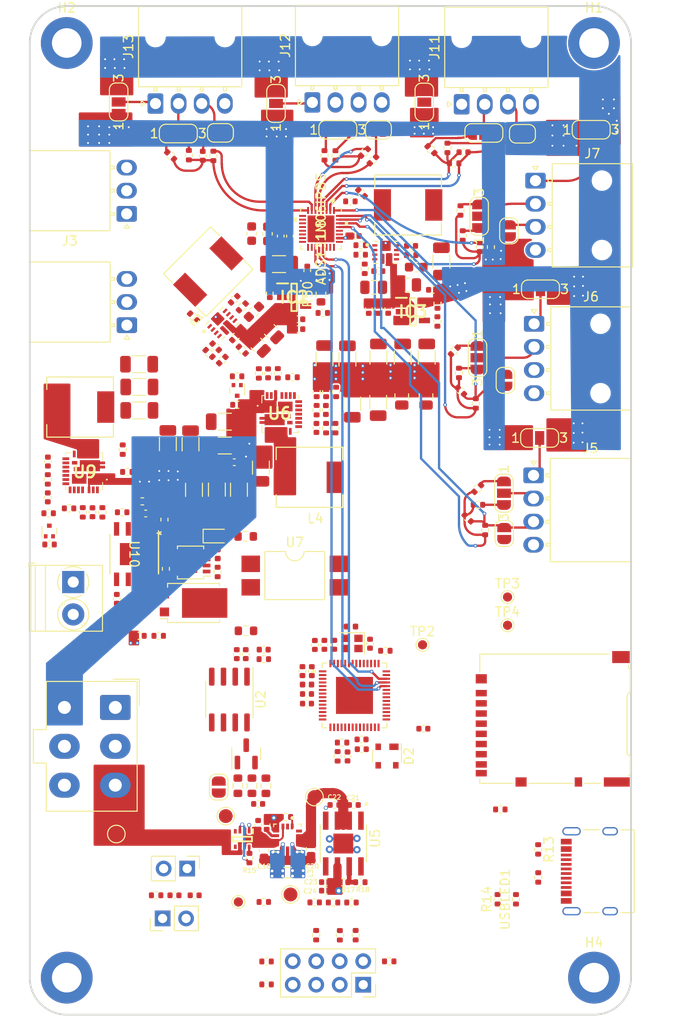
<source format=kicad_pcb>
(kicad_pcb (version 20221018) (generator pcbnew)
  (layers (0 "F.Cu" signal) (1 "In1.Cu" power) (2 "In2.Cu" power) (31 "B.Cu" signal) (34 "B.Paste" user) (35 "F.Paste" user) (36 "B.SilkS" user "B.Silkscreen") (37 "F.SilkS" user "F.Silkscreen") (38 "B.Mask" user) (39 "F.Mask" user) (44 "Edge.Cuts" user))
  (net 0 "")
  (net 1 "GND")
  (net 2 "+3V3")
  (net 3 "VBUS")
  (net 4 "RBUS_uC_V")
  (net 5 "Net-(3V3LED1-A)")
  (net 6 "/Power/BBIN")
  (net 7 "/Power/BIAS")
  (net 8 "/Power/BBOUT")
  (net 9 "/Power/LX1")
  (net 10 "/Power/LX2")
  (net 11 "/Power/SEL")
  (net 12 "/Power/FBIn")
  (net 13 "Net-(12VLED1-A)")
  (net 14 "/BOOT")
  (net 15 "/CHIP_PU")
  (net 16 "Net-(C6-Pad1)")
  (net 17 "Net-(U1-XTAL_N)")
  (net 18 "Net-(C13-Pad1)")
  (net 19 "Net-(JP1-B)")
  (net 20 "/buckC/VDD")
  (net 21 "Net-(U6-V_DRV)")
  (net 22 "+12V")
  (net 23 "+6V")
  (net 24 "/buckC/BOOT")
  (net 25 "Net-(C35-Pad2)")
  (net 26 "/ServoV_LOG")
  (net 27 "/pressure_sensor/AIN0P")
  (net 28 "/pressure_sensor/AIN0N")
  (net 29 "/pressure_sensor/AIN2P")
  (net 30 "/pressure_sensor/AIN2N")
  (net 31 "/pressure_sensor/AIN1P")
  (net 32 "/pressure_sensor/AIN1N")
  (net 33 "Net-(IC1-EN)")
  (net 34 "Net-(IC1-COMP)")
  (net 35 "Net-(C58-Pad1)")
  (net 36 "/Boosts/LDO5.5V_IN")
  (net 37 "Net-(IC1-BOOT)")
  (net 38 "Net-(IC1-SW)")
  (net 39 "+5V")
  (net 40 "Net-(IC4-EN)")
  (net 41 "Net-(IC4-COMP)")
  (net 42 "Net-(IC4-BOOT)")
  (net 43 "Net-(IC4-SW)")
  (net 44 "/CAN-")
  (net 45 "/CAN+")
  (net 46 "/Data-")
  (net 47 "/Data+")
  (net 48 "/Boosts/SW_5V")
  (net 49 "/Boosts/FB_5V")
  (net 50 "Net-(IC1-ILIM)")
  (net 51 "Net-(IC2-ADJ{slash}NC)")
  (net 52 "Net-(IC3-ADJ{slash}NC)")
  (net 53 "Net-(IC4-ILIM)")
  (net 54 "Net-(J2-CC1)")
  (net 56 "Net-(J2-CC2)")
  (net 58 "/Servo1PWM")
  (net 59 "/Servo2PWM")
  (net 60 "Net-(JP4-C)")
  (net 61 "Net-(JP2-C)")
  (net 62 "Net-(JP7-C)")
  (net 63 "Net-(JP5-C)")
  (net 64 "Net-(JP10-C)")
  (net 65 "Net-(JP8-C)")
  (net 66 "/CAN-BUS/Vref")
  (net 67 "Net-(JP2-A)")
  (net 68 "Net-(JP5-A)")
  (net 69 "Net-(JP8-A)")
  (net 70 "Net-(U1-XTAL_P)")
  (net 71 "/buckC/EN")
  (net 72 "Net-(TXLED1-A)")
  (net 73 "/TXD")
  (net 74 "Net-(U1-U0TXD{slash}PROG{slash}GPIO43)")
  (net 75 "/BuckPGOOD")
  (net 76 "/buckC/PGOOD")
  (net 77 "Net-(U2-Rs)")
  (net 78 "Net-(USBLED1-A)")
  (net 79 "Net-(U3-ST)")
  (net 80 "/buckC/FB")
  (net 81 "/buckC/PHASE")
  (net 82 "Net-(U6-MODE_2)")
  (net 83 "Net-(U6-_MODE_1)")
  (net 84 "Net-(JP5-B)")
  (net 85 "Net-(JP8-B)")
  (net 86 "Net-(JP11-B)")
  (net 87 "Net-(JP14-B)")
  (net 88 "Net-(JP17-B)")
  (net 89 "/RXD")
  (net 91 "Net-(J10-Pin_2)")
  (net 92 "Net-(D4-K)")
  (net 94 "Net-(D6-A)")
  (net 95 "Net-(Firing1-K)")
  (net 96 "/Pyro/Nuke 1")
  (net 97 "/actuators/GPIO0")
  (net 98 "/actuators/GPIO1")
  (net 99 "/actuators/GPIO2")
  (net 100 "/actuators/GPIO3")
  (net 101 "/actuators/GPIO4")
  (net 102 "/actuators/GPIO5")
  (net 105 "/SCLK")
  (net 106 "/ADS_CLK")
  (net 107 "/ADS_CS0")
  (net 110 "/microSD/SD1_CS")
  (net 111 "/microSD/VSPI_MOSI")
  (net 112 "/microSD/VSPI_SCLK")
  (net 113 "/microSD/VSPI_MISO")
  (net 117 "/CAN_TX")
  (net 118 "/CAN_RX")
  (net 129 "/buckC/SW")
  (net 133 "/microSD/SD1_DET")
  (net 134 "/Pyro/VDD")
  (net 135 "/Pyro/Cont1")
  (net 136 "Net-(R70-Pad1)")
  (net 137 "/GPIO4")
  (net 138 "/GPIO5")
  (net 139 "/GPIO3")
  (net 140 "/GPIO1")
  (net 141 "/GPIO2")
  (net 142 "/GPIO0")
  (net 143 "/Nuke 1")
  (net 144 "/Cont 1")
  (net 145 "/VSPI_MOSI")
  (net 146 "/VSPI_SCLK")
  (net 147 "/VSPI_MISO")
  (net 148 "/SD1_CS")
  (net 149 "/pressure_sensor/AIN3P")
  (net 150 "/pressure_sensor/AIN3N")
  (net 151 "/pressure_sensor/AIN4P")
  (net 152 "/pressure_sensor/AIN4N")
  (net 153 "/pressure_sensor/AIN5P")
  (net 154 "/pressure_sensor/AIN5N")
  (net 155 "Net-(JP11-A)")
  (net 156 "Net-(JP11-C)")
  (net 157 "Net-(JP13-C)")
  (net 158 "Net-(JP14-A)")
  (net 159 "Net-(JP14-C)")
  (net 160 "Net-(JP16-C)")
  (net 161 "Net-(JP17-A)")
  (net 162 "Net-(JP17-C)")
  (net 163 "Net-(JP19-C)")
  (net 164 "+3.3V")
  (net 165 "/HSPI_MOSI")
  (net 166 "/HSPI_SCLK")
  (net 167 "/HSPI_MISO")
  (net 181 "/Boosts/LDO12V_IN")
  (net 182 "Net-(U9-V_DRV)")
  (net 183 "/Pyro/BOOT")
  (net 184 "Net-(C78-Pad1)")
  (net 185 "/Boosts/SW_10V")
  (net 186 "/Boosts/FB_10V")
  (net 187 "Net-(JP2-B)")
  (net 188 "Net-(C91-Pad2)")
  (net 189 "/Pyro/PyroV")
  (net 190 "/Pyro/SW")
  (net 191 "/Pyro/EN")
  (net 192 "/Pyro/PGOOD")
  (net 193 "/Pyro/FB")
  (net 194 "/Pyro/PHASE")
  (net 195 "Net-(U9-MODE_2)")
  (net 196 "Net-(U9-_MODE_1)")
  (net 201 "Net-(U10-dVdt)")
  (net 202 "Net-(U10-EN{slash}UVLO)")
  (net 203 "Net-(U10-ILM)")
  (net 204 "Net-(U10-OVLO{slash}OVCSEL)")
  (net 205 "/Pyro/EFuse_In")
  (net 206 "/buckC/BUCKC_EN")
  (net 207 "/Pyro/BUCKP_EN")
  (net 208 "/BUCKP_EN")
  (net 209 "/BUCKC_EN")
  (net 210 "/Pyro/Vin")
  (footprint "Connector_PinHeader_2.54mm:PinHeader_1x02_P2.54mm_Vertical" (layer "F.Cu") (at 152.94 124.8 -90)
    (fp_text reference "ENJUMPER1" hide)
    (fp_text value "Conn_01x02_Male")
  )
  (footprint "Jumper:SolderJumper-3_P1.3mm_Open_RoundedPad1.0x1.5mm_NumberLabels" (layer "F.Cu") (at 185.015001 45.31)
    (fp_text reference "JP11" hide)
    (fp_text value "SolderJumper_3_Open")
  )
  (footprint "Connector_Molex:Molex_Nano-Fit_105313-xx04_1x04_P2.50mm_Horizontal" (layer "F.Cu") (at 190.385 82.31)
    (fp_text reference "J5")
    (fp_text value "1053131104")
  )
  (footprint "Resistor_SMD:R_0402_1005Metric" (layer "F.Cu") (at 158.176855 67.335469 45)
    (fp_text reference "R46" hide)
    (fp_text value "1K")
  )
  (footprint "Capacitor_SMD:C_0402_1005Metric" (layer "F.Cu") (at 142.707 86.297 -90)
    (fp_text reference "C91" hide)
    (fp_text value "0.1uF")
  )
  (footprint "Resistor_SMD:R_0402_1005Metric" (layer "F.Cu") (at 166.935 75.264 -90)
    (fp_text reference "R19" hide)
    (fp_text value "10k")
  )
  (footprint "Capacitor_SMD:C_0402_1005Metric" (layer "F.Cu") (at 179.522017 62.262983 180)
    (fp_text reference "C73" hide)
    (fp_text value "2.2uF")
  )
  (footprint "Resistor_SMD:R_0402_1005Metric" (layer "F.Cu") (at 166.885 132 -90)
    (fp_text reference "R62" hide)
    (fp_text value "DNP")
  )
  (footprint "MountingHole:MountingHole_3.2mm_M3_DIN965_Pad" (layer "F.Cu") (at 139.925 35.59)
    (fp_text reference "H2")
    (fp_text value "MountingHole_Pad")
  )
  (footprint "Resistor_SMD:R_0402_1005Metric" (layer "F.Cu") (at 161.525 134.84)
    (fp_text reference "R64" hide)
    (fp_text value "DNP")
  )
  (footprint "Capacitor_SMD:C_1206_3216Metric" (layer "F.Cu") (at 153.679999 83.874998 -90)
    (fp_text reference "C38" hide)
    (fp_text value "DNP")
  )
  (footprint "Package_TO_SOT_SMD:SOT-723" (layer "F.Cu") (at 138.044999 88.325 90)
    (fp_text reference "Q3" hide)
    (fp_text value "SSM3K15AMFV,L3F")
  )
  (footprint "Jumper:SolderJumper-2_P1.3mm_Open_RoundedPad1.0x1.5mm" (layer "F.Cu") (at 187.725 55.89 90)
    (fp_text reference "JP9" hide)
    (fp_text value "SolderJumper_2_Open")
  )
  (footprint "Resistor_SMD:R_0402_1005Metric" (layer "F.Cu") (at 158.340001 71.609)
    (fp_text reference "R24" hide)
    (fp_text value "1k")
  )
  (footprint "TestPoint:TestPoint_Pad_D1.0mm" (layer "F.Cu") (at 178.385 100.625)
    (fp_text reference "TP2")
    (fp_text value "TestPoint")
  )
  (footprint "Connector_Molex:Molex_Mini-Fit_Jr_5566-06A_2x03_P4.20mm_Vertical" (layer "F.Cu") (at 145.175 107.39 -90)
    (fp_text reference "J1" hide)
    (fp_text value "RBUS")
  )
  (footprint "Resistor_SMD:R_0402_1005Metric" (layer "F.Cu") (at 171.660777 126.277186)
    (fp_text reference "R18")
    (fp_text value "10k")
  )
  (footprint "Capacitor_SMD:C_0402_1005Metric" (layer "F.Cu") (at 173.025 48.25 45)
    (fp_text reference "C54" hide)
    (fp_text value "10nF")
  )
  (footprint "Capacitor_SMD:C_0402_1005Metric" (layer "F.Cu") (at 161.215 101.14 180)
    (fp_text reference "C2" hide)
    (fp_text value "1uF")
  )
  (footprint "Resistor_SMD:R_0402_1005Metric" (layer "F.Cu") (at 161.525 137.32)
    (fp_text reference "R63" hide)
    (fp_text value "DNP")
  )
  (footprint "Capacitor_SMD:C_0402_1005Metric" (layer "F.Cu") (at 173.605 60.24)
    (fp_text reference "C77" hide)
    (fp_text value "120pF")
  )
  (footprint "Resistor_SMD:R_0402_1005Metric" (layer "F.Cu") (at 186.794999 118.41)
    (fp_text reference "R66" hide)
    (fp_text value "10k")
  )
  (footprint "Capacitor_SMD:C_0402_1005Metric" (layer "F.Cu") (at 158.305 101.63 90)
    (fp_text reference "C14" hide)
    (fp_text value "100nF")
  )
  (footprint "Resistor_SMD:R_0402_1005Metric" (layer "F.Cu") (at 153.625 65.19 135)
    (fp_text reference "R51" hide)
    (fp_text value "301k")
  )
  (footprint "Connector_PinHeader_2.54mm:PinHeader_1x02_P2.54mm_Vertical" (layer "F.Cu") (at 150.285 130.19 90)
    (fp_text reference "BOOTJUMPER1" hide)
    (fp_text value "Conn_01x02_Male")
  )
  (footprint "Resistor_SMD:R_0402_1005Metric" (layer "F.Cu") (at 168.975 77.209999 -90)
    (fp_text reference "R8" hide)
    (fp_text value "2.2k")
  )
  (footprint "Capacitor_SMD:C_0402_1005Metric" (layer "F.Cu") (at 171.05 56.44 180)
    (fp_text reference "C72" hide)
    (fp_text value "1uF")
  )
  (footprint "Resistor_SMD:R_0603_1608Metric" (layer "F.Cu") (at 159.27 88.91 180)
    (fp_text reference "R68" hide)
    (fp_text value "120")
  )
  (footprint "Resistor_SMD:R_0402_1005Metric" (layer "F.Cu") (at 184.375 85.49 180)
    (fp_text reference "R30" hide)
    (fp_text value "90k")
  )
  (footprint "Resistor_SMD:R_0402_1005Metric" (layer "F.Cu") (at 171.155 132 -90)
    (fp_text reference "R60" hide)
    (fp_text value "DNP")
  )
  (footprint "Capacitor_SMD:C_0603_1608Metric" (layer "F.Cu") (at 159.915 56.185 90)
    (fp_text reference "C49" hide)
    (fp_text value "10uF")
  )
  (footprint "Capacitor_SMD:C_0402_1005Metric" (layer "F.Cu") (at 184.555 57.650001 90)
    (fp_text reference "C51" hide)
    (fp_text value "10nF")
  )
  (footprint "Connector_PinSocket_2.54mm:PinSocket_2x04_P2.54mm_Vertical" (layer "F.Cu") (at 171.975 137.35 -90)
    (fp_text reference "J8" hide)
    (fp_text value "GPIO Breakout")
  )
  (footprint "Resistor_SMD:R_0402_1005Metric" (layer "F.Cu") (at 141.657 86.307 -90)
    (fp_text reference "R74" hide)
    (fp_text value "100k")
  )
  (footprint "Capacitor_SMD:C_1206_3216Metric" (layer "F.Cu") (at 170.265001 69.784 90)
    (fp_text reference "C31" hide)
    (fp_text value "47uF")
  )
  (footprint "Capacitor_SMD:C_0402_1005Metric" (layer "F.Cu") (at 170.28 112.685 90)
    (fp_text reference "C46" hide)
    (fp_text value "0.1uF")
  )
  (footprint "Capacitor_SMD:C_0402_1005Metric" (layer "F.Cu") (at 164.955 66.51)
    (fp_text reference "C67" hide)
    (fp_text value "100nF")
  )
  (footprint "Capacitor_SMD:C_0402_1005Metric" (layer "F.Cu") (at 173.615 64.32 -90)
    (fp_text reference "C74" hide)
    (fp_text value "10uF")
  )
  (footprint "TestPoint:TestPoint_Pad_D1.5mm" (layer "F.Cu") (at 166.705 117.07)
    (fp_text reference "TP8" hide)
    (fp_text value "TestPoint")
  )
  (footprint "Inductor_SMD:L_0402_1005Metric" (layer "F.Cu") (at 170.655 98.65)
    (fp_text reference "L2" hide)
    (fp_text value "20nH")
  )
  (footprint "Jumper:SolderJumper-3_P1.3mm_Open_RoundedPad1.0x1.5mm_NumberLabels" (layer "F.Cu") (at 162.545 42.12 90)
    (fp_text reference "JP16" hide)
    (fp_text value "SolderJumper_3_Open")
  )
  (footprint "Resistor_SMD:R_0402_1005Metric" (layer "F.Cu") (at 137.967 86.407)
    (fp_text reference "R75" hide)
    (fp_text value "10k")
  )
  (footprint "Resistor_SMD:R_0402_1005Metric" (layer "F.Cu") (at 168.715 128.47 180)
    (fp_text reference "R4" hide)
    (fp_text value "470")
  )
  (footprint "Resistor_SMD:R_0603_1608Metric" (layer "F.Cu") (at 158.425 115.85 90)
    (fp_text reference "R11" hide)
    (fp_text value "60")
  )
  (footprint "Resistor_SMD:R_0402_1005Metric" (layer "F.Cu") (at 156.235 92.75 -90)
    (fp_text reference "R65" hide)
    (fp_text value "120")
  )
  (footprint "Connector_Card:microSD_HC_Hirose_DM3AT-SF-PEJM5" (layer "F.Cu") (at 192.46 108.62 90)
    (fp_text reference "J9" hide)
    (fp_text value "Micro_SD_Card_Det")
  )
  (footprint "TestPoint:TestPoint_Pad_D1.0mm" (layer "F.Cu") (at 187.575 95.46)
    (fp_text reference "TP3")
    (fp_text value "TestPoint")
  )
  (footprint "LED_SMD:LED_0402_1005Metric" (layer "F.Cu") (at 156.245 90.815 90)
    (fp_text reference "Firing1" hide)
    (fp_text value "EMERALD_LED")
  )
  (footprint "Crystal:Crystal_SMD_2016-4Pin_2.0x1.6mm" (layer "F.Cu") (at 170.76 100.47 180)
    (fp_text reference "Y1" hide)
    (fp_text value "R940000171")
  )
  (footprint "Capacitor_SMD:C_0402_1005Metric" (layer "F.Cu") (at 165.405 103.465 90)
    (fp_text reference "C5" hide)
    (fp_text value "0.1uF")
  )
  (footprint "Capacitor_SMD:C_0402_1005Metric" (layer "F.Cu") (at 153.75 127.690001 180)
    (fp_text reference "C3" hide)
    (fp_text value "0.1uF")
  )
  (footprint "Capacitor_SMD:C_0402_1005Metric" (layer "F.Cu") (at 156.021594 68.4131 -45)
    (fp_text reference "C57" hide)
    (fp_text value "180pF")
  )
  (footprint "Resistor_SMD:R_0402_1005Metric" (layer "F.Cu") (at 169.445 132.01 -90)
    (fp_text reference "R61" hide)
    (fp_text value "DNP")
  )
  (footprint "Connector_Molex:Molex_Nano-Fit_105313-xx04_1x04_P2.50mm_Horizontal" (layer "F.Cu") (at 149.514999 42.13 90)
    (fp_text reference "J13")
    (fp_text value "1053131104")
  )
  (footprint "Resistor_SMD:R_0402_1005Metric" (layer "F.Cu") (at 162.74 71.284 90)
    (fp_text reference "R26" hide)
    (fp_text value "100k")
  )
  (footprint "Resistor_SMD:R_0402_1005Metric" (layer "F.Cu") (at 169.04 73.293999 -90)
    (fp_text reference "R21" hide)
    (fp_text value "10k")
  )
  (footprint "Capacitor_SMD:C_0805_2012Metric" (layer "F.Cu") (at 178.765 73.759 -90)
    (fp_text reference "C41" hide)
    (fp_text value "DNP")
  )
  (footprint "Package_TO_SOT_SMD:SOT-723" (layer "F.Cu") (at 158.35 73.134 -90)
    (fp_text reference "Q1" hide)
    (fp_text value "SSM3K15AMFV,L3F")
  )
  (footprint "Capacitor_SMD:C_0402_1005Metric" (layer "F.Cu") (at 137.887 80.817 90)
    (fp_text reference "C70" hide)
    (fp_text value "4.7uF")
  )
  (footprint "TestPoint:TestPoint_Pad_D1.5mm" (layer "F.Cu") (at 157.115 119.13)
    (fp_text reference "TP5" hide)
    (fp_text value "TestPoint")
  )
  (footprint "Connector_Molex:Molex_Nano-Fit_105313-xx04_1x04_P2.50mm_Horizontal" (layer "F.Cu") (at 182.615 42.21 90)
    (fp_text reference "J11")
    (fp_text value "1053131104")
  )
  (footprint "Capacitor_SMD:C_0603_1608Metric" (layer "F.Cu") (at 177.7 59.81)
    (fp_text reference "C76" hide)
    (fp_text value "10uF")
  )
  (footprint "Resistor_SMD:R_0402_1005Metric" (layer "F.Cu") (at 182.485 53.69 -90)
    (fp_text reference "R36" hide)
    (fp_text value "90k")
  )
  (footprint "Resistor_SMD:R_0402_1005Metric" (layer "F.Cu") (at 166.94 73.293999 90)
    (fp_text reference "R20" hide)
    (fp_text value "130k")
  )
  (footprint "Capacitor_SMD:C_1206_3216Metric" (layer "F.Cu") (at 173.615 69.584001 90)
    (fp_text reference "C43" hide)
    (fp_text value "DNP")
  )
  (footprint "Capacitor_SMD:C_0402_1005Metric" (layer "F.Cu") (at 165.895 106.975)
    (fp_text reference "C1" hide)
    (fp_text value "10uF")
  )
  (footprint "Resistor_SMD:R_0402_1005Metric" (layer "F.Cu") (at 166.725 128.46 180)
    (fp_text reference "R2" hide)
    (fp_text value "470")
  )
  (footprint "Capacitor_SMD:C_0402_1005Metric" (layer "F.Cu") (at 161.875 62.61 -90)
    (fp_text reference "C59" hide)
    (fp_text value "1uF")
  )
  (footprint "Resistor_SMD:R_0402_1005Metric" (layer "F.Cu") (at 167.604999 64.759999 180)
    (fp_text reference "R49" hide)
    (fp_text value "50k")
  )
  (footprint "Resistor_SMD:R_0402_1005Metric" (layer "F.Cu") (at 181.806249 48.591248)
    (fp_text reference "R41" hide)
    (fp_text value "10k")
  )
  (footprint "Resistor_SMD:R_0402_1005Metric" (layer "F.Cu") (at 149.865001 99.65 180)
    (fp_text reference "12VLED1" hide)
    (fp_text value "RED_LED")
  )
  (footprint "Capacitor_SMD:C_0402_1005Metric" (layer "F.Cu") (at 156.740014 69.849941 45)
    (fp_text reference "C58" hide)
    (fp_text value "4.7nF")
  )
  (footprint "Capacitor_SMD:C_1206_3216Metric" (layer "F.Cu") (at 178.839999 69.584 90)
    (fp_text reference "C45" hide)
    (fp_text value "DNP")
  )
  (footprint "Capacitor_SMD:C_0402_1005Metric" (layer "F.Cu") (at 167.935 75.244 90)
    (fp_text reference "C25" hide)
    (fp_text value "1uF")
  )
  (footprint "Resistor_SMD:R_0402_1005Metric" (layer "F.Cu") (at 180.002017 63.742983 90)
    (fp_text reference "R56" hide)
    (fp_text value "0k")
  )
  (footprint "Resistor_SMD:R_0402_1005Metric" (layer "F.Cu") (at 172.135 59.99 -90)
    (fp_text reference "R84" hide)
    (fp_text value "18.7k")
  )
  (footprint "Capacitor_SMD:C_0402_1005Metric" (layer "F.Cu") (at 166.745 100.635 90)
    (fp_text reference "C7" hide)
    (fp_text value "1uF")
  )
  (footprint "Resistor_SMD:R_0603_1608Metric" (layer "F.Cu") (at 159.945 115.85 -90)
    (fp_text reference "R10" hide)
    (fp_text value "60")
  )
  (footprint "MountingHole:MountingHole_3.2mm_M3_DIN965_Pad" (layer "F.Cu") (at 139.925 136.59)
    (fp_text reference "H3" hide)
    (fp_text value "MountingHole_Pad")
  )
  (footprint "iclr:IND_SRP6540-390M" (layer "F.Cu") (at 166.165 82.52 180)
    (fp_text reference "L4")
    (fp_text value "3.3uH")
  )
  (footprint "Resistor_SMD:R_0402_1005Metric" (layer "F.Cu") (at 190.895 125.76 90)
    (fp_text reference "R12" hide)
    (fp_text value "5.1k")
  )
  (footprint "Capacitor_SMD:C_0402_1005Metric" (layer "F.Cu") (at 168.873492 117.927186 180)
    (fp_text reference "C22")
    (fp_text value "4.7uF")
  )
  (footprint "Package_TO_SOT_SMD:LFPAK33" (layer "F.Cu") (at 153.51 91.725 180)
    (fp_text reference "Q2" hide)
    (fp_text value "BUK9M11-40EX")
  )
  (footprint "iclr:SOTFL50P160X60-8N" (layer "F.Cu") (at 158.895 121.61 -90)
    (fp_text reference "U3" hide)
    (fp_text value "LM66200DRLR" hide)
  )
  (footprint "Capacitor_SMD:C_0805_2012Metric" (layer "F.Cu") (at 176.14 73.759 -90)
    (fp_text reference "C37" hide)
    (fp_text value "DNP")
  )
  (footprint "iclr:IND_SRP6540-390M" (layer "F.Cu") (at 155.225 60.29 -135)
    (fp_text reference "L5" hide)
    (fp_text value "SRR6038-5R0Y")
  )
  (footprint "Capacitor_SMD:C_0402_1005Metric" (layer "F.Cu") (at 154.625 47.78 90)
    (fp_text reference "C55" hide)
    (fp_text value "10nF")
  )
  (footprint "Connector_Molex:Molex_Nano-Fit_105313-xx03_1x03_P2.50mm_Horizontal" (layer "F.Cu") (at 146.425 66.08 180)
    (fp_text reference "J4" hide)
    (fp_text value "ServoCH2")
  )
  (footprint "Resistor_SMD:R_0402_1005Metric" (layer "F.Cu") (at 149.59 127.690001)
    (fp_text reference "R3" hide)
    (fp_text value "10K")
  )
  (footprint "Resistor_SMD:R_0603_1608Metric" (layer "F.Cu") (at 167.405 62.74 90)
    (fp_text reference "R50")
    (fp_text value "152k")
  )
  (footprint "Resistor_SMD:R_0402_1005Metric" (layer "F.Cu") (at 138.065 89.78 180)
    (fp_text reference "R72" hide)
    (fp_text value "1k")
  )
  (footprint "Capacitor_SMD:C_0402_1005Metric" (layer "F.Cu") (at 168.85 100.62 90)
    (fp_text reference "C12" hide)
    (fp_text value "11pF")
  )
  (footprint "Capacitor_SMD:C_1206_3216Metric" (layer "F.Cu") (at 180.425 59.19 -90)
    (fp_text reference "C82" hide)
    (fp_text value "22uF")
  )
  (footprint "Resistor_SMD:R_0402_1005Metric" (layer "F.Cu") (at 174.785 134.83 180)
    (fp_text reference "R59" hide)
    (fp_text value "DNP")
  )
  (footprint "Resistor_SMD:R_0402_1005Metric" (layer "F.Cu") (at 179.295625 47.110624 -45)
    (fp_text reference "R40" hide)
    (fp_text value "31.7k")
  )
  (footprint "Connector_USB:USB_C_Receptacle_Palconn_UTC16-G" (layer "F.Cu") (at 196.425 125.09 90)
    (fp_text reference "J2" hide)
    (fp_text value "USB_C_Receptacle_USB2.0")
  )
  (footprint "TestPoint:TestPoint_Pad_D1.0mm" (layer "F.Cu") (at 158.475 128.41)
    (fp_text reference "TP1" hide)
    (fp_text value "TestPoint")
  )
  (footprint "Capacitor_SMD:C_0402_1005Metric" (layer "F.Cu") (at 172.71 100.5 -90)
    (fp_text reference "C13" hide)
    (fp_text value "11pF")
  )
  (footprint "Capacitor_SMD:C_0402_1005Metric" (layer "F.Cu") (at 167.953492 127.187186)
    (fp_text reference "C24")
    (fp_text value "0.1uF")
  )
  (footprint "Resistor_SMD:R_0402_1005Metric" (layer "F.Cu") (at 181.815624 68.859376 -135)
    (fp_text reference "R34" hide)
    (fp_text value "31.7k")
  )
  (footprint "Resistor_SMD:R_0402_1005Metric" (layer "F.Cu") (at 186.495 128.119999 90)
    (fp_text reference "R14")
    (fp_text value "5.1k")
  )
  (footprint "iclr:ADS131M06IRSNR" (layer "F.Cu") (at 167.410001 55.675001 -90)
    (fp_text reference "U8")
    (fp_text value "ADS131M06IPBS")
  )
  (footprint "Resistor_SMD:R_0402_1005Metric" (layer "F.Cu") (at 167.959 77.21 90)
    (fp_text reference "R7" hide)
    (fp_text value "1.5k")
  )
  (footprint "Capacitor_SMD:C_0402_1005Metric" (layer "F.Cu") (at 159.275 101.63 90)
    (fp_text reference "C15" hide)
    (fp_text value "10uF")
  )
  (footprint "Capacitor_SMD:C_0402_1005Metric" (layer "F.Cu") (at 166.915 77.184 90)
    (fp_text reference "C26" hide)
    (fp_text value "4.7uF")
  )
  (footprint "iclr:IND_SRP6540-390M" (layer "F.Cu") (at 176.825 53.09 180)
    (fp_text reference "L6" hide)
    (fp_text value "SRR6038-5R0Y")
  )
  (footprint "Capacitor_SMD:C_0402_1005Metric" (layer "F.Cu") (at 174.672017 64.312983 -90)
    (fp_text reference "C69" hide)
    (fp_text value "1uF")
  )
  (footprint "Capacitor_SMD:C_1206_3216Metric" (layer "F.Cu") (at 147.775 72.76)
    (fp_text reference "C85" hide)
    (fp_text value "47uF")
  )
  (footprint "Jumper:SolderJumper-3_P1.3mm_Open_RoundedPad1.0x1.5mm_NumberLabels" (layer "F.Cu") (at 187.185 84.24 -90)
    (fp_text reference "JP2" hide)
    (fp_text value "SolderJumper_3_Open")
  )
  (footprint "Resistor_SMD:R_0402_1005Metric" (layer "F.Cu") (at 171.7 58.465 180)
    (fp_text reference "R85" hide)
    (fp_text value "2k")
  )
  (footprint "Jumper:SolderJumper-2_P1.3mm_Open_RoundedPad1.0x1.5mm" (layer "F.Cu") (at 156.354999 115.994999 -90)
    (fp_text reference "JP1" hide)
    (fp_text value "TermJP")
  )
  (footprint "Capacitor_SMD:C_0402_1005Metric" (layer "F.Cu") (at 172.575 64.32 -90)
    (fp_text reference "C75" hide)
    (fp_text value "100nF")
  )
  (footprint "Capacitor_SMD:C_1206_3216Metric" (layer "F.Cu") (at 162.874873 59.483755)
    (fp_text reference "C65" hide)
    (fp_text value "47uF")
  )
  (footprint "Capacitor_SMD:C_0603_1608Metric" (layer "F.Cu") (at 166.328492 122.677186 -90)
    (fp_text reference "C20")
    (fp_text value "22uF")
  )
  (footprint "Resistor_SMD:R_0402_1005Metric" (layer "F.Cu") (at 170.705 128.47 180)
    (fp_text reference "3V3LED1" hide)
    (fp_text value "BLUE_LED")
  )
  (footprint "iclr:SOT95P282X145-5N" (layer "F.Cu") (at 164.505 63.07)
    (fp_text reference "IC2")
    (fp_text value "AP2205-W5-7" hide)
  )
  (footprint "TestPoint:TestPoint_Pad_D1.5mm" (layer "F.Cu") (at 164.115 127.6)
    (fp_text reference "TP7" hide)
    (fp_text value "TestPoint")
  )
  (footprint "Resistor_SMD:R_0402_1005Metric" (layer "F.Cu") (at 151.155 47.76 -45)
    (fp_text reference "R53" hide)
    (fp_text value "31.7k")
  )
  (footprint "Capacitor_SMD:C_1206_3216Metric" (layer "F.Cu") (at 147.775 75.29)
    (fp_text reference "C87" hide)
    (fp_text value "47uF")
  )
  (footprint "Resistor_SMD:R_0402_1005Metric" (layer "F.Cu") (at 155.304587 69.132934 -45)
    (fp_text reference "R45" hide)
    (fp_text value "17.4k")
  )
  (footprint "Resistor_SMD:R_0402_1005Metric" (layer "F.Cu") (at 172.105 47.4 45)
    (fp_text reference "R44" hide)
    (fp_text value "10k")
  )
  (footprint "Resistor_SMD:R_0402_1005Metric" (layer "F.Cu") (at 171.7 57.44)
    (fp_text reference "R86" hide)
    (fp_text value "10k")
  )
  (footprint "Package_SO:SOIC-8_3.9x4.9mm_P1.27mm" (layer "F.Cu") (at 157.504 106.537 -90)
    (fp_text reference "U2")
    (fp_text value "SN65HVD230")
  )
  (footprint "Resistor_SMD:R_0402_1005Metric" (layer "F.Cu") (at 159.673492 123.669186 90)
    (fp_text reference "R15")
    (fp_text value "10k")
  )
  (footprint "Resistor_SMD:R_0402_1005Metric" (layer "F.Cu") (at 150.644 92.411851 -90)
    (fp_text reference "R79" hide)
    (fp_text value "453")
  )
  (footprint "Resistor_SMD:R_0402_1005Metric" (layer "F.Cu") (at 169.205 112.670001 -90)
    (fp_text reference "R28" hide)
    (fp_text value "1.5k")
  )
  (footprint "Jumper:SolderJumper-3_P1.3mm_Open_RoundedPad1.0x1.5mm_NumberLabels" (layer "F.Cu") (at 184.325 69.6 -90)
    (fp_text reference "JP5" hide)
    (fp_text value "SolderJumper_3_Open")
  )
  (footprint "Resistor_SMD:R_0402_1005Metric" (layer "F.Cu") (at 182.325 71.24 -90)
    (fp_text reference "R33" hide)
    (fp_text value "90k")
  )
  (footprint "EFuse:SO-PP-DDA-8_TEX" (layer "F.Cu") (at 147.215 90.82 -90)
    (fp_text reference "U10")
    (fp_text value "TPS259621DDAT")
  )
  (footprint "Capacitor_SMD:C_0402_1005Metric" (layer "F.Cu") (at 183.275 86.94 -45)
    (fp_text reference "C48" hide)
    (fp_text value "10nF")
  )
  (footprint "Resistor_SMD:R_0402_1005Metric" (layer "F.Cu") (at 177.154999 58.51 180)
    (fp_text reference "R87" hide)
    (fp_text value "475k")
  )
  (footprint "Capacitor_SMD:C_0402_1005Metric" (layer "F.Cu") (at 160.613492 120.087186 90)
    (fp_text reference "C17" hide)
    (fp_text value "10uF")
  )
  (footprint "Resistor_SMD:R_0402_1005Metric" (layer "F.Cu") (at 184.345 83.73 -135)
    (fp_text reference "R31" hide)
    (fp_text value "31.7k")
  )
  (footprint "Jumper:SolderJumper-3_P1.3mm_Open_RoundedPad1.0x1.5mm_NumberLabels" (layer "F.Cu") (at 145.535 41.96 90)
    (fp_text reference "JP19" hide)
    (fp_text value "SolderJumper_3_Open")
  )
  (footprint "Jumper:SolderJumper-3_P1.3mm_Open_RoundedPad1.0x1.5mm_NumberLabels" (layer "F.Cu") (at 191.135 62.2)
    (fp_text reference "JP7" hide)
    (fp_text value "SolderJumper_3_Open")
  )
  (footprint "Resistor_SMD:R_0402_1005Metric" (layer "F.Cu") (at 161.225 128.41)
    (fp_text reference "TXLED1" hide)
    (fp_text value "GREEN_LED")
  )
  (footprint "Capacitor_SMD:C_0402_1005Metric" (layer "F.Cu") (at 165.895 105.935)
    (fp_text reference "C4" hide)
    (fp_text value "1uF")
  )
  (footprint "Capacitor_SMD:C_1206_3216Metric" (layer "F.Cu") (at 160.915 81.48 -90)
    (fp_text reference "C30" hide)
    (fp_text value "DNP")
  )
  (footprint "Capacitor_SMD:C_0805_2012Metric" (layer "F.Cu") (at 173.105 61.99)
    (fp_text reference "C78" hide)
    (fp_text value "2.2nF")
  )
  (footprint "Resistor_SMD:R_0402_1005Metric" (layer "F.Cu") (at 145.975 79.53 90)
    (fp_text reference "R58" hide)
    (fp_text value "190k")
  )
  (footprint "Resistor_SMD:R_0402_1005Metric" (layer "F.Cu") (at 167.965 73.299001 90)
    (fp_text reference "R23" hide)
    (fp_text value "294k")
  )
  (footprint "Resistor_SMD:R_0402_1005Metric" (layer "F.Cu") (at 185.775 57.64 90)
    (fp_text reference "R38" hide)
    (fp_text value "10k")
  )
  (footprint "Resistor_SMD:R_0402_1005Metric" (layer "F.Cu") (at 143.777 86.307 -90)
    (fp_text reference "R69" hide)
    (fp_text value "2.2")
  )
  (footprint "Package_DIP:SMDIP-4_W9.53mm" (layer "F.Cu") (at 164.58 93.14)
    (fp_text reference "U7")
    (fp_text value "LTV-247")
  )
  (footprint "Resistor_SMD:R_0402_1005Metric" (layer "F.Cu") (at 174.365 101.265 180)
    (fp_text reference "R5" hide)
    (fp_text value "499R")
  )
  (footprint "Package_TO_SOT_SMD:SOT-143" (layer "F.Cu") (at 174.545 112.641 -90)
    (fp_text reference "D2")
    (fp_text value "SP0503BAHT")
  )
  (footprint "Capacitor_SMD:C_0402_1005Metric" (layer "F.Cu") (at 158.035 80.89 180)
    (fp_text reference "C34" hide)
    (fp_text value "100nF")
  )
  (footprint "Resistor_SMD:R_0402_1005Metric" (layer "F.Cu") (at 137.877 82.747 90)
    (fp_text reference "R57" hide)
    (fp_text value "10k")
  )
  (footprint "Resistor_SMD:R_0402_1005Metric" (layer "F.Cu") (at 150.484999 87.089999 -90)
    (fp_text reference "R78" hide)
    (fp_text value "47.5K")
  )
  (footprint "iclr:SiC437BEDT1GE3" (layer "F.Cu") (at 141.806 81.871 180)
    (fp_text reference "U9")
    (fp_text value "SiC437BED-T1-GE3" hide)
  )
  (footprint "Capacitor_SMD:C_1206_3216Metric" (layer "F.Cu") (at 157.014999 76.509 180)
    (fp_text reference "C28" hide)
    (fp_text value "47uF")
  )
  (footprint "Capacitor_SMD:C_0402_1005Metric" (layer "F.Cu") (at 158.025 63.29 45)
    (fp_text reference "C62" hide)
    (fp_text value "100nF")
  )
  (footprint "Capacitor_SMD:C_0402_1005Metric" (layer "F.Cu") (at 164.955 65.44)
    (fp_text reference "C66" hide)
    (fp_text value "10uF")
  )
  (footprint "Resistor_SMD:R_0402_1005Metric" (layer "F.Cu") (at 140.176999 85.877 180)
    (fp_text reference "R73" hide)
    (fp_text value "200k")
  )
  (footprint "Resistor_SMD:R_0402_1005Metric" (layer "F.Cu") (at 148.095 85.12 180)
    (fp_text reference "R77" hide)
    (fp_text value "33.2K")
  )
  (footprint "Resistor_SMD:R_0402_1005Metric" (layer "F.Cu") (at 146.475 81.94 180)
    (fp_text reference "R67" hide)
    (fp_text value "10k")
  )
  (footprint "Jumper:SolderJumper-3_P1.3mm_Open_RoundedPad1.0x1.5mm_NumberLabels" (layer "F.Cu") (at 151.985 45.37)
    (fp_text reference "JP17" hide)
    (fp_text value "SolderJumper_3_Open")
  )
  (footprint "Capacitor_SMD:C_0402_1005Metric" (layer "F.Cu") (at 167.775 100.625 90)
    (fp_text reference "C9" hide)
    (fp_text value "10nF")
  )
  (footprint "Capacitor_SMD:C_1206_3216Metric" (layer "F.Cu") (at 176.24 69.584 90)
    (fp_text reference "C44" hide)
    (fp_text value "DNP")
  )
  (footprint "Resistor_SMD:R_0402_1005Metric" (layer "F.Cu") (at 158.89669 68.773724 135)
    (fp_text reference "R47" hide)
    (fp_text value "10k")
  )
  (footprint "Capacitor_SMD:C_0402_1005Metric" (layer "F.Cu") (at 182.525 73.19 -45)
    (fp_text reference "C50" hide)
    (fp_text value "10nF")
  )
  (footprint "Resistor_SMD:R_0402_1005Metric" (layer "F.Cu") (at 169.800777 126.277186)
    (fp_text reference "R17")
    (fp_text value "56k")
  )
  (footprint "Resistor_SMD:R_0402_1005Metric" (layer "F.Cu") (at 179.992017 65.682983 90)
    (fp_text reference "R55" hide)
    (fp_text value "51k")
  )
  (footprint "Resistor_SMD:R_0402_1005Metric" (layer "F.Cu") (at 163.613492 119.227186 180)
    (fp_text reference "R16" hide)
    (fp_text value "14k")
  )
  (footprint "Resistor_SMD:R_0402_1005Metric" (layer "F.Cu") (at 155.775 47.79 90)
    (fp_text reference "R54" hide)
    (fp_text value "10k")
  )
  (footprint "Capacitor_SMD:C_0805_2012Metric" (layer "F.Cu") (at 161.99806 66.724528 -45)
    (fp_text reference "C61" hide)
    (fp_text value "22uF")
  )
  (footprint "Resistor_SMD:R_0402_1005Metric" (layer "F.Cu") (at 181.076249 46.921248 -90)
    (fp_text reference "R39" hide)
    (fp_text value "90k")
  )
  (footprint "Resistor_SMD:R_0402_1005Metric" (layer "F.Cu") (at 170.585589 52.700589)
    (fp_text reference "R88" hide)
    (fp_text value "287k")
  )
  (footprint "Capacitor_SMD:C_0402_1005Metric" (layer "F.Cu") (at 137.877 84.687 90)
    (fp_text reference "C68" hide)
    (fp_text value "1uF")
  )
  (footprint "MountingHole:MountingHole_3.2mm_M3_DIN965_Pad" (layer "F.Cu") (at 196.925 35.59)
    (fp_text reference "H1")
    (fp_text value "MountingHole_Pad")
  )
  (footprint "Resistor_SMD:R_0402_1005Metric" (layer "F.Cu") (at 167.785624 47.729376 -90)
    (fp_text reference "R43" hide)
    (fp_text value "31.7k")
  )
  (footprint "Capacitor_SMD:C_1206_3216Metric" (layer "F.Cu") (at 153.305001 78.955 90)
    (fp_text reference "C42" hide)
    (fp_text value "DNP")
  )
  (footprint "Connector_Molex:Molex_Nano-Fit_105313-xx04_1x04_P2.50mm_Horizontal" (layer "F.Cu") (at 190.595 50.46)
    (fp_text reference "J7")
    (fp_text value "1053131104")
  )
  (footprint "Resistor_SMD:R_0402_1005Metric" (layer "F.Cu") (at 164.33 71.709)
    (fp_text reference "R25" hide)
    (fp_text value "200k")
  )
  (footprint "Jumper:SolderJumper-2_P1.3mm_Open_RoundedPad1.0x1.5mm" (layer "F.Cu") (at 189.185 45.4 180)
    (fp_text reference "JP12" hide)
    (fp_text value "SolderJumper_2_Open")
  )
  (footprint "LED_SMD:LED_0603_1608Metric" (layer "F.Cu") (at 156.155 88.87)
    (fp_text reference "D6" hide)
    (fp_text value "RED_LED")
  )
  (footprint "iclr:QFN40P700X700X90-57N" (layer "F.Cu") (at 171.03 106.09)
    (fp_text reference "U1" hide)
    (fp_text value "ESP32-S3")
  )
  (footprint "Resistor_SMD:R_0402_1005Metric" (layer "F.Cu") (at 147.784999 99.65)
    (fp_text reference "R6" hide)
    (fp_text value "3k")
  )
  (footprint "Capacitor_SMD:C_0402_1005Metric" (layer "F.Cu") (at 170.953 117.931)
    (fp_text reference "C21")
    (fp_text value "10uF")
  )
  (footprint "Resistor_SMD:R_0402_1005Metric" (layer "F.Cu") (at 190.885 122.730001 -90)
    (fp_text reference "R13")
    (fp_text value "5.1k")
  )
  (footprint "Resistor_SMD:R_0402_1005Metric" (layer "F.Cu") (at 160.69 71.293999 90)
    (fp_text reference "R22" hide)
    (fp_text value "2.2")
  )
  (footprint "Capacitor_SMD:C_0402_1005Metric" (layer "F.Cu") (at 171.795 110.845)
    (fp_text reference "C11" hide)
    (fp_text value "0.1uF")
  )
  (footprint "Capacitor_SMD:C_1206_3216Metric" (layer "F.Cu") (at 157.004999 79.084 180)
    (fp_text reference "C27" hide)
    (fp_text value "47uF")
  )
  (footprint "Capacitor_SMD:C_0402_1005Metric" (layer "F.Cu") (at 148.465 86.43 180)
    (fp_text reference "C92" hide)
    (fp_text value "2.2nF")
  )
  (footprint "MountingHole:MountingHole_3.2mm_M3_DIN965_Pad" (layer "F.Cu") (at 196.925 136.59)
    (fp_text reference "H4")
    (fp_text value "MountingHole_Pad")
  )
  (footprint "Jumper:SolderJumper-3_P1.3mm_Open_RoundedPad1.0x1.5mm_NumberLabels" (layer "F.Cu") (at 196.615 44.96)
    (fp_text reference "JP10" hide)
    (fp_text value "SolderJumper_3_Open")
  )
  (footprint "Capacitor_SMD:C_0603_1608Metric" (layer "F.Cu") (at 161.625 56.21 90)
    (fp_text reference "C52" hide)
    (fp_text value "100nF")
  )
  (footprint "Resistor_SMD:R_0402_1005Metric" (layer "F.Cu") (at 184.145 74.54 90)
    (fp_text reference "R35" hide)
    (fp_text value "10k")
  )
  (footprint "Resistor_SMD:R_0402_1005Metric" (layer "F.Cu") (at 168.975 47.74 -90)
    (fp_text reference "R42" hide)
    (fp_text value "90k")
  )
  (footprint "iclr:IND_SRP6540-390M" (layer "F.Cu") (at 141.365 74.93 180)
    (fp_text reference "L7" hide)
    (fp_text value "3.3uH")
  )
  (footprint "Capacitor_SMD:C_1206_3216Metric" (layer "F.Cu") (at 167.79 69.759 90)
    (fp_text reference "C29" hide)
    (fp_text value "47uF")
  )
  (footprint "iclr:SOIC127P599X175-9N" (layer "F.Cu") (at 169.823 122.096 -90)
    (fp_text reference "U5")
    (fp_text value "SC4215")
  )
  (footprint "TestPoint:TestPoint_Pad_D1.0mm" (layer "F.Cu") (at 187.575 98.51)
    (fp_text reference "TP4")
    (fp_text value "TestPoint")
  )
  (footprint "Capacitor_SMD:C_0402_1005Metric" (layer "F.Cu") (at 164.055 56.46 90)
    (fp_text reference "C71" hide)
    (fp_text value "1uF")
  )
  (footprint "Resistor_SMD:R_0402_1005Metric" (layer "F.Cu") (at 161.225 102.17)
    (fp_text reference "R1" hide)
    (fp_text value "10K")
  )
  (footprint "Package_TO_SOT_SMD:SOT-23" (layer "F.Cu") (at 159.325 112.4075 90)
    (fp_text reference "D1" hide)
    (fp_text value "SM712_SOT23")
  )
  (footprint "Resistor_SMD:R_0402_1005Metric" (layer "F.Cu") (at 185.155 88.22 90)
    (fp_text reference "R32" hide)
    (fp_text value "10k")
  )
  (footprint "Capacitor_SMD:C_0402_1005Metric" (layer "F.Cu") (at 167.953492 126.267186)
    (fp_text reference "C23")
    (fp_text value "10uF")
  )
  (footprint "TerminalBlock_Phoenix:TerminalBlock_Phoenix_PT-1,5-2-3.5-H_1x02_P3.50mm_Horizontal" (layer "F.Cu") (at 140.625 93.84 -90)
    (fp_text reference "J10" hide)
    (fp_text value "Conn_01x02_Male")
  )
  (footprint "Capacitor_SMD:C_1206_3216Metric" (layer "F.Cu") (at 158.54 83.865 -90)
    (fp_text reference "C32" hide)
    (fp_text value "DNP")
  )
  (footprint "Resistor_SMD:R_0402_1005Metric" (layer "F.Cu") (at 158.374999 74.684)
    (fp_text reference "R27" hide)
    (fp_text value "10k")
  )
  (footprint "Capacitor_SMD:C_1206_3216Metric" (layer "F.Cu") (at 170.79 74.559 -90)
    (fp_text reference "C33" hide)
    (fp_text value "47uF")
  )
  (footprint "Resistor_SMD:R_0402_1005Metric" (layer "F.Cu") (at 169.689999 111.185 180)
    (fp_text reference "R29" hide)
    (fp_text value "470")
  )
  (footprint "Capacitor_SMD:C_0805_2012Metric" (layer "F.Cu") (at 160.555564 68.195311 -45)
    (fp_text reference "C60" hide)
    (fp_text value "22uF")
  )
  (footprint "Capacitor_SMD:C_0402_1005Metric" (layer "F.Cu") (at 145.335 95.66 90)
    (fp_text reference "C93" hide)
    (fp_text value "100uF")
  )
  (footprint "Jumper:SolderJumper-2_P1.3mm_Open_RoundedPad1.0x1.5mm" (layer "F.Cu") (at 173.614411 44.980589 180)
    (fp_text reference "JP15" hide)
    (fp_text value "SolderJumper_2_Open")
  )
  (footprint "Capacitor_SMD:C_0402_1005Metric" (layer "F.Cu") (at 160.615 117.815)
    (fp_text reference "C16" hide)
    (fp_text value "47nF")
  )
  (footprint "iclr:IC_TPS61089RNRR" (layer "F.Cu") (at 174.399 58.212)
    (fp_text reference "IC4" hide)
    (fp_text value "TPS61089RNRR")
  )
  (footprint "Resistor_SMD:R_0603_1608Metric" (layer "F.Cu") (at 161.455 115.855 -90)
    (fp_text reference "R9" hide)
    (fp_text value "0")
  )
  (footprint "iclr:CONV_MAX77827AEFD+T" (layer "F.Cu") (at 163.796418 121.497186 -90)
    (fp_text reference "U4" hide)
    (fp_text value "MAX77827AEFD+T")
  )
  (footprint "Resistor_SMD:R_0402_1005Metric" (layer "F.Cu") (at 153.125 47.71 -90)
    (fp_text reference "R52" hide)
    (fp_text value "90k")
  )
  (footprint "iclr:SOT95P282X145-5N" (layer "F.Cu") (at 177.342017 64.622983)
    (fp_text reference "IC3")
    (fp_text value "AP2205-W5-7" hide)
  )
  (footprint "Jumper:SolderJumper-3_P1.3mm_Open_RoundedPad1.0x1.5mm_NumberLabels" (layer "F.Cu") (at 191.045 78.27)
    (fp_text reference "JP4" hide)
    (fp_text value "SolderJumper_3_Open")
  )
  (footprint "Jumper:SolderJumper-3_P1.3mm_Open_RoundedPad1.0x1.5mm_NumberLabels" (layer "F.Cu") (at 169.234411 44.970589)
    (fp_text reference "JP14" hide)
    (fp_text value "SolderJumper_3_Open")
  )
  (footprint "iclr:IC_TPS61089RNRR" (layer "F.Cu") (at 156.740014 65.898628 45)
    (fp_text reference "IC1")
    (fp_text value "TPS61089RNRR")
  )
  (footprint "Jumper:SolderJumper-2_P1.3mm_Open_RoundedPad1.0x1.5mm" (layer "F.Cu") (at 187.215 88.6 90)
    (fp_text reference "JP3" hide)
    (fp_text value "SolderJumper_2_Open")
  )
  (footprint "Capacitor_SMD:C_0402_1005Metric" (layer "F.Cu") (at 163.055 56.45 90)
    (fp_text reference "C64" hide)
    (fp_text value "100nF")
  )
  (footprint "Jumper:SolderJumper-3_P1.3mm_Open_RoundedPad1.0x1.5mm_NumberLabels" (layer "F.Cu") (at 184.505 54.31 90)
    (fp_text reference "JP8" hide)
    (fp_text value "SolderJumper_3_Open")
  )
  (footprint "Capacitor_SMD:C_0805_2012Metric" (layer "F.Cu") (at 176.775 61.73)
    (fp_text reference "C79" hide)
    (fp_text value "22uF")
  )
  (footprint "Capacitor_SMD:C_1206_3216Metric" (layer "F.Cu") (at 147.745 70.3)
    (fp_text reference "C89" hide)
    (fp_text value "47uF")
  )
  (footprint "Capacitor_SMD:C_0402_1005Metric" (layer "F.Cu") (at 177.145 57.51)
    (fp_text reference "C81" hide)
    (fp_text value "100nF")
  )
  (footprint "Capacitor_SMD:C_0402_1005Metric" (layer "F.Cu") (at 161.69 71.289 90)
    (fp_text reference "C35" hide)
    (fp_text value "0.1uF")
  )
  (footprint "Capacitor_SMD:C_0603_1608Metric" (layer "F.Cu") (at 161.257869 122.865042 -90)
    (fp_text reference "C18")
    (fp_text value "10uF")
  )
  (footprint "Capacitor_SMD:C_0402_1005Metric" (layer "F.Cu") (at 161.533492 120.087186 90)
    (fp_text reference "C19" hide)
    (fp_text value "1uF")
  )
  (footprint "Capacitor_SMD:C_0402_1005Metric" (layer "F.Cu") (at 182.816249 47.391248)
    (fp_text reference "C53" hide)
    (fp_text value "10nF")
  )
  (footprint "Jumper:SolderJumper-2_P1.3mm_Open_RoundedPad1.0x1.5mm" (layer "F.Cu") (at 187.345 72.039999 90)
    (fp_text reference "JP6" hide)
    (fp_text value "SolderJumper_2_Open")
  )
  (footprint "Capacitor_SMD:C_0402_1005Metric" (layer "F.Cu") (at 166.417 103.469 90)
    (fp_text reference "C6" hide)
    (fp_text value "0.1uF")
  )
  (footprint "Capacitor_SMD:C_0402_1005Metric" (layer "F.Cu") (at 171.785589 51.800589 135)
    (fp_text reference "C80" hide)
    (fp_text value "100nF")
  )
  (footprint "Capacitor_SMD:C_1206_3216Metric" (layer "F.Cu") (at 156.155 83.85 -90)
    (fp_text reference "C36" hide)
    (fp_text value "DNP")
  )
  (footprint "Connector_Molex:Molex_Nano-Fit_105313-xx04_1x04_P2.50mm_Horizontal" (layer "F.Cu") (at 166.474376 42.010624 90)
    (fp_text reference "J12")
    (fp_text value "1053131104")
  )
  (footprint "Capacitor_SMD:C_0603_1608Metric" (layer "F.Cu") (at 160.161703 64.6322 45)
    (fp_text reference "C56" hide)
    (fp_text value "2.2uF")
  )
  (footprint "Capacitor_SMD:C_0402_1005Metric" (layer "F.Cu") (at 171.815 111.905)
    (fp_text reference "C10" hide)
    (fp_text value "0.1uF")
  )
  (footprint "Capacitor_SMD:C_1206_3216Metric" (layer "F.Cu") (at 173.59 74.384 -90)
    (fp_text reference "C39" hide)
    (fp_text value "DNP")
  )
  (footprint "iclr:SiC437BEDT1GE3" (layer "F.Cu") (at 163.016 75.688)
    (fp_text reference "U6")
    (fp_text value "SiC437BED-T1-GE3" hide)
  )
  (footprint "Inductor_SMD:L_0805_2012Metric" (layer "F.Cu") (at 163.801058 125.245147)
    (fp_text reference "L3")
    (fp_text value "1uH")
  )
  (footprint "Capacitor_SMD:C_0402_1005Metric" (layer "F.Cu") (at 178.475 109.685 180)
    (fp_text reference "C47" hide)
    (fp_text value "0.1uF")
  )
  (footprint "Jumper:SolderJumper-3_P1.3mm_Open_RoundedPad1.0x1.5mm_NumberLabels" (layer "F.Cu") (at 178.575 41.98 90)
    (fp_text reference "JP13" hide)
    (fp_text value "SolderJumper_3_Open")
  )
  (footprint "Connector_Molex:Molex_Nano-Fit_105313-xx03_1x03_P2.50mm_Horizontal" (layer "F.Cu") (at 146.405 54.05 180)
    (fp_text reference "J3")
    (fp_text value "ServoCH1")
  )
  (footprint "Resistor_SMD:R_0402_1005Metric" (layer "F.Cu") (at 188.485 128.12 90)
    (fp_text reference "USBLED1")
    (fp_text value "WHITE_LED")
  )
  (footprint "Jumper:SolderJumper-2_P1.3mm_Open_RoundedPad1.0x1.5mm" (layer "F.Cu") (at 156.535001 45.3 180)
    (fp_text reference "JP18" hide)
    (fp_text value "SolderJumper_2_Open")
  )
  (footprint "Capacitor_SMD:C_1206_3216Metric" (layer "F.Cu") (at 150.855 78.93 90)
    (fp_text reference "C40" hide)
    (fp_text value "DNP")
  )
  (footprint "Resistor_SMD:R_0402_1005Metric" (layer "F.Cu") (at 145.915 86.3 180)
    (fp_text reference "R76" hide)
    (fp_text value "464K")
  )
  (footprint "Capacitor_SMD:C_0402_1005Metric" (layer "F.Cu") (at 151.57 127.690001)
    (fp_text reference "C8" hide)
    (fp_text value "0.1uF")
  )
  (footprint "Resistor_SMD:R_0603_1608Metric" (layer "F.Cu") (at 159.3 99.11 180)
    (fp_text reference "R70" hide)
    (fp_text value "10k")
  )
  (footprint "Resistor_SMD:R_0402_1005Metric" (layer "F.Cu") (at 182.725 56.39 -90)
    (fp_text reference "R37" hide)
    (fp_text value "31.7k")
  )
  (footprint "Resistor_SMD:R_0402_1005Metric" (layer "F.Cu") (at 158.896689 64.101163 -135)
    (fp_text reference "R48" hide)
    (fp_text value "127k")
  )
  (footprint "Inductor_SMD:L_0402_1005Metric" (layer "F.Cu") (at 165.9 104.915)
    (fp_text reference "L1" hide)
    (fp_text value "2.0nH")
  )
  (footprint "Connector_Molex:Molex_Nano-Fit_105313-xx04_1x04_P2.50mm_Horizontal" (layer "F.Cu") (at 190.445 65.93)
    (fp_text reference "J6")
    (fp_text value "1053131104")
  )
  (footprint "Package_TO_SOT_SMD:TO-277B" (layer "F.Cu") (at 153.635 96.1 90)
    (fp_text reference "D4" hide)
    (fp_text value "DST1550S")
  )
  (footprint "Capacitor_SMD:C_0402_1005Metric" (layer "F.Cu") (at 165.925 60.19 90)
    (fp_text reference "C63" hide)
    (fp_text value "2.2uF")
  )
  (footprint "TestPoint:TestPoint_Pad_D1.5mm" (layer "F.Cu") (at 145.285 121.07)
    (fp_text reference "TP6" hide)
    (fp_text value "TestPoint")
  )
  (gr_arc (start 200.925 136.59) (mid 199.753427 139.418427) (end 196.925 140.59) (stroke (width 0.2)) (layer "Edge.Cuts"))
  (gr_arc (start 139.925 140.59) (mid 137.096573 139.418427) (end 135.925 136.59) (stroke (width 0.2)) (layer "Edge.Cuts"))
  (gr_line (start 200.925 35.59) (end 200.925 136.59) (stroke (width 0.2)) (layer "Edge.Cuts"))
  (gr_arc (start 135.925 35.59) (mid 137.096573 32.761573) (end 139.925 31.59) (stroke (width 0.2)) (layer "Edge.Cuts"))
  (gr_line (start 196.925 140.59) (end 139.925 140.59) (stroke (width 0.2)) (layer "Edge.Cuts"))
  (gr_line (start 139.925 31.59) (end 196.925 31.59) (stroke (width 0.2)) (layer "Edge.Cuts"))
  (gr_line (start 135.925 35.59) (end 135.925 136.59) (stroke (width 0.2)) (layer "Edge.Cuts"))
  (gr_arc (start 196.925 31.59) (mid 199.753427 32.761573) (end 200.925 35.59) (stroke (width 0.2)) (layer "Edge.Cuts"))
  (segment (start 163.794197 122.596576) (end 163.794197 123.728351) (width 0.36) (layer "F.Cu") (net 1))
  (segment (start 166.324492 123.918186) (end 166.341492 123.901186) (width 1) (layer "F.Cu") (net 1))
  (segment (start 161.206029 123.918186) (end 166.324492 123.918186) (width 1) (layer "F.Cu") (net 1))
  (segment (start 163.796418 123.728961) (end 163.788193 123.737186) (width 0.25) (layer "F.Cu") (net 1))
  (segment (start 159.643492 120.681186) (end 159.643492 120.102186) (width 0.25) (layer "F.Cu") (net 1))
  (via (at 162.305492 119.316186) (size 0.6) (drill 0.3) (layers "F.Cu" "B.Cu") (net 1))
  (via (at 167.933492 118.237186) (size 0.45) (drill 0.3) (layers "F.Cu" "B.Cu") (net 1))
  (via (at 168.333 122.731) (size 0.8) (drill 0.4) (layers "F.Cu" "B.Cu") (net 1))
  (via (at 171.293 122.761) (size 0.8) (drill 0.4) (layers "F.Cu" "B.Cu") (net 1))
  (via (at 171.293 121.541) (size 0.8) (drill 0.4) (layers "F.Cu" "B.Cu") (net 1))
  (via (at 168.333 122.731) (size 0.8) (drill 0.4) (layers "F.Cu" "B.Cu") (net 1))
  (via (at 159.643492 120.102186) (size 0.45) (drill 0.3) (layers "F.Cu" "B.Cu") (net 1))
  (via (at 168.333 121.591) (size 0.8) (drill 0.4) (layers "F.Cu" "B.Cu") (net 1))
  (segment (start 169.188 124.566) (end 169.188 126.174409) (width 0.9) (layer "F.Cu") (net 2))
  (via (at 170.05 56.64) (size 0.4) (drill 0.2) (layers "F.Cu" "B.Cu") (net 2))
  (via (at 169.318492 127.202186) (size 0.8) (drill 0.4) (layers "F.Cu" "B.Cu") (net 2))
  (segment (start 159.161492 123.667186) (end 159.673492 124.179186) (width 0.25) (layer "F.Cu") (net 3))
  (segment (start 159.103492 123.667186) (end 159.161492 123.667186) (width 0.25) (layer "F.Cu") (net 3))
  (segment (start 159.673492 124.179186) (end 159.731492 124.179186) (width 0.25) (layer "F.Cu") (net 3))
  (segment (start 158.643492 120.681186) (end 158.643492 120.294103) (width 0.25) (layer "F.Cu") (net 3))
  (segment (start 158.643492 120.294103) (end 158.885576 120.052019) (width 0.25) (layer "F.Cu") (net 3))
  (via (at 158.885576 120.052019) (size 0.45) (drill 0.3) (layers "F.Cu" "B.Cu") (net 3))
  (via (at 159.103492 123.667186) (size 0.45) (drill 0.3) (layers "F.Cu" "B.Cu") (net 3))
  (segment (start 159.103492 120.269935) (end 158.885576 120.052019) (width 0.25) (layer "B.Cu") (net 3))
  (segment (start 159.103492 123.667186) (end 159.103492 120.269935) (width 0.25) (layer "B.Cu") (net 3))
  (segment (start 163.296418 120.197186) (end 163.296418 121.264559) (width 0.2) (layer "F.Cu") (net 6))
  (segment (start 163.183492 121.537186) (end 163.135624 121.585054) (width 0.2) (layer "F.Cu") (net 6))
  (segment (start 159.143492 120.681186) (end 159.143492 122.357186) (width 0.25) (layer "F.Cu") (net 6))
  (arc (start 163.135624 121.585054) (mid 162.900655 121.742055) (end 162.623492 121.797186) (width 0.2) (layer "F.Cu") (net 6))
  (arc (start 163.296418 121.264559) (mid 163.267069 121.412104) (end 163.183492 121.537186) (width 0.2) (layer "F.Cu") (net 6))
  (segment (start 161.533492 120.567186) (end 161.533492 120.66095) (width 0.25) (layer "F.Cu") (net 7))
  (segment (start 161.515374 120.679068) (end 162.09161 121.255304) (width 0.31) (layer "F.Cu") (net 7))
  (segment (start 162.09161 121.255304) (end 162.5783 121.255304) (width 0.31) (layer "F.Cu") (net 7))
  (segment (start 161.533492 120.66095) (end 161.515374 120.679068) (width 0.25) (layer "F.Cu") (net 7))
  (segment (start 167.804888 116.652186) (end 168.687142 116.652186) (width 1.1) (layer "F.Cu") (net 8))
  (segment (start 166.328492 121.902186) (end 166.328492 118.043729) (width 1.1) (layer "F.Cu") (net 8))
  (segment (start 169.818492 117.783536) (end 169.818492 120.077186) (width 1.1) (layer "F.Cu") (net 8))
  (segment (start 170.458 119.626) (end 169.188 119.626) (width 0.25) (layer "F.Cu") (net 8))
  (arc (start 168.687142 116.652186) (mid 169.487127 116.983551) (end 169.818492 117.783536) (width 1.1) (layer "F.Cu") (net 8))
  (arc (start 166.328492 118.043729) (mid 166.42985 117.53417) (end 166.718492 117.102186) (width 1.1) (layer "F.Cu") (net 8))
  (arc (start 166.718492 117.102186) (mid 167.216934 116.769137) (end 167.804888 116.652186) (width 1.1) (layer "F.Cu") (net 8))
  (via (at 162.201987 123.02999) (size 0.45) (drill 0.3) (layers "F.Cu" "B.Cu") (net 9))
  (via (at 163.273082 125.04243) (size 0.45) (drill 0.3) (layers "F.Cu" "B.Cu") (net 9))
  (via (at 162.768169 123.032924) (size 0.45) (drill 0.3) (layers "F.Cu" "B.Cu") (net 9))
  (via (at 162.119453 125.063922) (size 0.45) (drill 0.3) (layers "F.Cu" "B.Cu") (net 9))
  (via (at 163.271735 125.617683) (size 0.45) (drill 0.3) (layers "F.Cu" "B.Cu") (net 9))
  (via (at 163.280306 122.192464) (size 0.45) (drill 0.3) (layers "F.Cu" "B.Cu") (net 9))
  (via (at 162.120042 125.620144) (size 0.45) (drill 0.3) (layers "F.Cu" "B.Cu") (net 9))
  (via (at 164.335183 125.611106) (size 0.45) (drill 0.3) (layers "F.Cu" "B.Cu") (net 10))
  (via (at 164.31327 122.200703) (size 0.45) (drill 0.3) (layers "F.Cu" "B.Cu") (net 10))
  (via (at 164.833492 123.007186) (size 0.45) (drill 0.3) (layers "F.Cu" "B.Cu") (net 10))
  (via (at 165.478669 125.620164) (size 0.45) (drill 0.3) (layers "F.Cu" "B.Cu") (net 10))
  (via (at 165.478669 125.027186) (size 0.45) (drill 0.3) (layers "F.Cu" "B.Cu") (net 10))
  (via (at 164.332279 125.027186) (size 0.45) (drill 0.3) (layers "F.Cu" "B.Cu") (net 10))
  (via (at 165.427749 123.025666) (size 0.45) (drill 0.3) (layers "F.Cu" "B.Cu") (net 10))
  (segment (start 164.296418 120.197186) (end 164.296418 119.644666) (width 0.2) (layer "F.Cu") (net 11))
  (arc (start 164.296418 119.644666) (mid 164.251476 119.418727) (end 164.123492 119.227186) (width 0.2) (layer "F.Cu") (net 11))
  (segment (start 170.310777 126.277186) (end 171.150777 126.277186) (width 0.5) (layer "F.Cu") (net 12))
  (segment (start 170.458 126.129963) (end 170.310777 126.277186) (width 0.25) (layer "F.Cu") (net 12))
  (segment (start 170.458 124.566) (end 170.458 126.129963) (width 0.5) (layer "F.Cu") (net 12))
  (segment (start 142.337 83.29) (end 142.937 82.69) (width 0.2) (layer "F.Cu") (net 22))
  (segment (start 142.337 83.877) (end 142.337 83.29) (width 0.2) (layer "F.Cu") (net 22))
  (via (at 177.025 37.49) (size 0.4) (drill 0.2) (layers "F.Cu" "B.Cu") (net 22))
  (via (at 159.665 78.89) (size 0.4) (drill 0.2) (layers "F.Cu" "B.Cu") (net 22))
  (via (at 151.925 81.89) (size 0.4) (drill 0.2) (layers "F.Cu" "B.Cu") (net 22))
  (via (at 195.675 76.69) (size 0.4) (drill 0.2) (layers "F.Cu" "B.Cu") (net 22))
  (via (at 149.925 81.84) (size 0.4) (drill 0.2) (layers "F.Cu" "B.Cu") (net 22))
  (via (at 197.875 42.64) (size 0.4) (drill 0.2) (layers "F.Cu" "B.Cu") (net 22))
  (via (at 149.925 82.84) (size 0.4) (drill 0.2) (layers "F.Cu" "B.Cu") (net 22))
  (via (at 199.075 42.64) (size 0.4) (drill 0.2) (layers "F.Cu" "B.Cu") (net 22))
  (via (at 162.825 37.59) (size 0.4) (drill 0.2) (layers "F.Cu" "B.Cu") (net 22))
  (via (at 151.925 82.79) (size 0.4) (drill 0.2) (layers "F.Cu" "B.Cu") (net 22))
  (via (at 146.125 37.34) (size 0.4) (drill 0.2) (layers "F.Cu" "B.Cu") (net 22))
  (via (at 148.825 82.99) (size 0.4) (drill 0.2) (layers "F.Cu" "B.Cu") (net 22))
  (via (at 199.075 41.69) (size 0.4) (drill 0.2) (layers "F.Cu" "B.Cu") (net 22))
  (via (at 195.725 61.84) (size 0.4) (drill 0.2) (layers "F.Cu" "B.Cu") (net 22))
  (via (at 195.675 77.69) (size 0.4) (drill 0.2) (layers "F.Cu" "B.Cu") (net 22))
  (via (at 183.125 62.39) (size 0.4) (drill 0.2) (layers "F.Cu" "B.Cu") (net 22))
  (via (at 178.075 38.44) (size 0.4) (drill 0.2) (layers "F.Cu" "B.Cu") (net 22))
  (via (at 194.775 62.94) (size 0.4) (drill 0.2) (layers "F.Cu" "B.Cu") (net 22))
  (via (at 181.375 61.89) (size 0.4) (drill 0.2) (layers "F.Cu" "B.Cu") (net 22))
  (via (at 195.675 78.74) (size 0.4) (drill 0.2) (layers "F.Cu" "B.Cu") (net 22))
  (via (at 159.305 80.28) (size 0.4) (drill 0.2) (layers "F.Cu" "B.Cu") (net 22))
  (via (at 198.525 43.24) (size 0.4) (drill 0.2) (layers "F.Cu" "B.Cu") (net 22))
  (via (at 182.175 61.74) (size 0.4) (drill 0.2) (layers "F.Cu" "B.Cu") (net 22))
  (via (at 147.825 82.99) (size 0.4) (drill 0.2) (layers "F.Cu" "B.Cu") (net 22))
  (via (at 144.075 38.29) (size 0.4) (drill 0.2) (layers "F.Cu" "B.Cu") (net 22))
  (via (at 194.775 61.89) (size 0.4) (drill 0.2) (layers "F.Cu" "B.Cu") (net 22))
  (via (at 178.025 37.49) (size 0.4) (drill 0.2) (layers "F.Cu" "B.Cu") (net 22))
  (via (at 182.975 61.54) (size 0.4) (drill 0.2) (layers "F.Cu" "B.Cu") (net 22))
  (via (at 161.775 37.59) (size 0.4) (drill 0.2) (layers "F.Cu" "B.Cu") (net 22))
  (via (at 199.375 43.99) (size 0.4) (drill 0.2) (layers "F.Cu" "B.Cu") (net 22))
  (via (at 179.125 38.44) (size 0.4) (drill 0.2) (layers "F.Cu" "B.Cu") (net 22))
  (via (at 144.075 37.34) (size 0.4) (drill 0.2) (layers "F.Cu" "B.Cu") (net 22))
  (via (at 194.725 77.74) (size 0.4) (drill 0.2) (layers "F.Cu" "B.Cu") (net 22))
  (via (at 150.925 82.84) (size 0.4) (drill 0.2) (layers "F.Cu" "B.Cu") (net 22))
  (via (at 194.725 76.69) (size 0.4) (drill 0.2) (layers "F.Cu" "B.Cu") (net 22))
  (via (at 150.925 81.84) (size 0.4) (drill 0.2) (layers "F.Cu" "B.Cu") (net 22))
  (via (at 179.075 37.49) (size 0.4) (drill 0.2) (layers "F.Cu" "B.Cu") (net 22))
  (via (at 145.075 37.34) (size 0.4) (drill 0.2) (layers "F.Cu" "B.Cu") (net 22))
  (via (at 194.725 78.79) (size 0.4) (drill 0.2) (layers "F.Cu" "B.Cu") (net 22))
  (via (at 161.825 38.54) (size 0.4) (drill 0.2) (layers "F.Cu" "B.Cu") (net 22))
  (via (at 199.325 45.19) (size 0.4) (drill 0.2) (layers "F.Cu" "B.Cu") (net 22))
  (via (at 160.775 37.59) (size 0.4) (drill 0.2) (layers "F.Cu" "B.Cu") (net 22))
  (via (at 195.725 62.89) (size 0.4) (drill 0.2) (layers "F.Cu" "B.Cu") (net 22))
  (via (at 195.725 60.84) (size 0.4) (drill 0.2) (layers "F.Cu" "B.Cu") (net 22))
  (via (at 194.775 60.84) (size 0.4) (drill 0.2) (layers "F.Cu" "B.Cu") (net 22))
  (via (at 177.025 38.44) (size 0.4) (drill 0.2) (layers "F.Cu" "B.Cu") (net 22))
  (via (at 182.325 62.59) (size 0.4) (drill 0.2) (layers "F.Cu" "B.Cu") (net 22))
  (via (at 160.775 38.54) (size 0.4) (drill 0.2) (layers "F.Cu" "B.Cu") (net 22))
  (via (at 145.125 38.29) (size 0.4) (drill 0.2) (layers "F.Cu" "B.Cu") (net 22))
  (via (at 146.845 100.43) (size 0.4) (drill 0.2) (layers "F.Cu" "B.Cu") (net 22))
  (via (at 197.875 41.69) (size 0.4) (drill 0.2) (layers "F.Cu" "B.Cu") (net 22))
  (via (at 147.555 100.43) (size 0.4) (drill 0.2) (layers "F.Cu" "B.Cu") (net 22))
  (via (at 162.875 38.54) (size 0.4) (drill 0.2) (layers "F.Cu" "B.Cu") (net 22))
  (via (at 146.175 38.29) (size 0.4) (drill 0.2) (layers "F.Cu" "B.Cu") (net 22))
  (via (at 177.525 71.09) (size 0.4) (drill 0.2) (layers "F.Cu" "B.Cu") (net 23))
  (via (at 166.725 70.39) (size 0.4) (drill 0.2) (layers "F.Cu" "B.Cu") (net 23))
  (via (at 171.925 71.19) (size 0.4) (drill 0.2) (layers "F.Cu" "B.Cu") (net 23))
  (via (at 177.525 71.79) (size 0.4) (drill 0.2) (layers "F.Cu" "B.Cu") (net 23))
  (via (at 171.925 70.49) (size 0.4) (drill 0.2) (layers "F.Cu" "B.Cu") (net 23))
  (via (at 171.925 71.89) (size 0.4) (drill 0.2) (layers "F.Cu" "B.Cu") (net 23))
  (via (at 174.925 70.39) (size 0.4) (drill 0.2) (layers "F.Cu" "B.Cu") (net 23))
  (via (at 174.925 71.09) (size 0.4) (drill 0.2) (layers "F.Cu" "B.Cu") (net 23))
  (via (at 174.925 71.79) (size 0.4) (drill 0.2) (layers "F.Cu" "B.Cu") (net 23))
  (via (at 177.525 70.39) (size 0.4) (drill 0.2) (layers "F.Cu" "B.Cu") (net 23))
  (via (at 169.025 71.89) (size 0.4) (drill 0.2) (layers "F.Cu" "B.Cu") (net 23))
  (via (at 169.025 70.49) (size 0.4) (drill 0.2) (layers "F.Cu" "B.Cu") (net 23))
  (via (at 166.725 71.89) (size 0.4) (drill 0.2) (layers "F.Cu" "B.Cu") (net 23))
  (via (at 169.025 71.19) (size 0.4) (drill 0.2) (layers "F.Cu" "B.Cu") (net 23))
  (segment (start 169.401501 55.474976) (end 170.511953 55.474976) (width 0.25) (layer "F.Cu") (net 27))
  (segment (start 183.865 85.49) (end 183.865 85.671178) (width 0.25) (layer "F.Cu") (net 27))
  (segment (start 185.155 89.451153) (end 185.155 88.73) (width 0.25) (layer "F.Cu") (net 27))
  (segment (start 184.237684 88.73) (end 185.155 88.73) (width 0.25) (layer "F.Cu") (net 27))
  (segment (start 182.935589 85.139411) (end 182.935589 86.600589) (width 0.25) (layer "F.Cu") (net 27))
  (segment (start 184.1 89.915) (end 184.662868 89.915) (width 0.25) (layer "F.Cu") (net 27))
  (segment (start 182.935589 86.600589) (end 182.935589 87.427905) (width 0.25) (layer "F.Cu") (net 27))
  (via (at 184.1 89.915) (size 0.4) (drill 0.2) (layers "F.Cu" "B.Cu") (net 27))
  (via (at 170.85 55.615) (size 0.4) (drill 0.2) (layers "F.Cu" "B.Cu") (net 27))
  (arc (start 184.662868 89.915) (mid 184.858852 89.876016) (end 185.025 89.765) (width 0.25) (layer "F.Cu") (net 27))
  (arc (start 182.935589 87.427905) (mid 183.316964 88.348625) (end 184.237684 88.73) (width 0.25) (layer "F.Cu") (net 27))
  (arc (start 183.984376 84.090624) (mid 183.242772 84.397807) (end 182.935589 85.139411) (width 0.25) (layer "F.Cu") (net 27))
  (arc (start 183.865 85.671178) (mid 183.592782 86.328371) (end 182.935589 86.600589) (width 0.25) (layer "F.Cu") (net 27))
  (arc (start 185.025 89.765) (mid 185.121214 89.621006) (end 185.155 89.451153) (width 0.25) (layer "F.Cu") (net 27))
  (arc (start 170.511953 55.474976) (mid 170.694902 55.511367) (end 170.85 55.615) (width 0.25) (layer "F.Cu") (net 27))
  (segment (start 170.85 55.615) (end 172.429505 57.194505) (width 0.25) (layer "B.Cu") (net 27))
  (segment (start 173.225 59.115) (end 173.225 66.767409) (width 0.25) (layer "B.Cu") (net 27))
  (segment (start 182.325 84.59) (end 182.325 87.617208) (width 0.25) (layer "B.Cu") (net 27))
  (segment (start 178.225 73.715) (end 178.225 80.49) (width 0.25) (layer "B.Cu") (net 27))
  (segment (start 183.526776 89.915) (end 184.1 89.915) (width 0.25) (layer "B.Cu") (net 27))
  (segment (start 177.046 72.536) (end 178.225 73.715) (width 0.25) (layer "B.Cu") (net 27))
  (segment (start 173.225 66.767409) (end 177.046 70.588409) (width 0.25) (layer "B.Cu") (net 27))
  (segment (start 178.225 80.49) (end 182.325 84.59) (width 0.25) (layer "B.Cu") (net 27))
  (segment (start 177.046 70.588409) (end 177.046 72.536) (width 0.25) (layer "B.Cu") (net 27))
  (arc (start 183.225 89.79) (mid 183.363456 89.882513) (end 183.526776 89.915) (width 0.25) (layer "B.Cu") (net 27))
  (arc (start 182.325 87.617208) (mid 182.558902 88.793114) (end 183.225 89.79) (width 0.25) (layer "B.Cu") (net 27))
  (arc (start 172.429505 57.194505) (mid 173.018257 58.075635) (end 173.225 59.115) (width 0.25) (layer "B.Cu") (net 27))
  (segment (start 185.075 87.63) (end 185.155 87.71) (width 0.25) (layer "F.Cu") (net 28))
  (segment (start 183.614411 87.279411) (end 184.724411 87.279411) (width 0.25) (layer "F.Cu") (net 28))
  (segment (start 185.155 87.71) (end 186.975 87.71) (width 0.25) (layer "F.Cu") (net 28))
  (segment (start 169.401501 55.074926) (end 171.232517 55.074926) (width 0.25) (layer "F.Cu") (net 28))
  (segment (start 171.597591 55.44) (end 172.425 55.44) (width 0.25) (layer "F.Cu") (net 28))
  (segment (start 171.232517 55.074926) (end 171.597591 55.44) (width 0.25) (layer "F.Cu") (net 28))
  (segment (start 187.215 87.95) (end 189.745 87.95) (width 0.25) (layer "F.Cu") (net 28))
  (segment (start 185.075 86.44) (end 185.075 87.63) (width 0.25) (layer "F.Cu") (net 28))
  (via (at 185.075 86.44) (size 0.4) (drill 0.2) (layers "F.Cu" "B.Cu") (net 28))
  (via (at 172.425 55.44) (size 0.4) (drill 0.2) (layers "F.Cu" "B.Cu") (net 28))
  (arc (start 189.745 87.95) (mid 190.197548 87.762548) (end 190.385 87.31) (width 0.25) (layer "F.Cu") (net 28))
  (arc (start 184.724411 87.279411) (mid 185.028883 87.405528) (end 185.155 87.71) (width 0.25) (layer "F.Cu") (net 28))
  (arc (start 186.975 87.71) (mid 187.144706 87.780294) (end 187.215 87.95) (width 0.25) (layer "F.Cu") (net 28))
  (segment (start 173.925 66.39) (end 174.202409 66.39) (width 0.25) (layer "B.Cu") (net 28))
  (segment (start 173.92 66.385) (end 173.925 66.39) (width 0.25) (layer "B.Cu") (net 28))
  (segment (start 174.202409 66.39) (end 180.102409 72.29) (width 0.25) (layer "B.Cu") (net 28))
  (segment (start 180.175 72.29) (end 180.175 81.54) (width 0.25) (layer "B.Cu") (net 28))
  (segment (start 172.425 55.44) (end 172.525 55.44) (width 0.25) (layer "B.Cu") (net 28))
  (segment (start 173.92 56.895) (end 173.92 66.385) (width 0.25) (layer "B.Cu") (net 28))
  (segment (start 173.925 56.84) (end 173.975 56.84) (width 0.25) (layer "B.Cu") (net 28))
  (segment (start 180.175 81.54) (end 185.075 86.44) (width 0.25) (layer "B.Cu") (net 28))
  (segment (start 173.975 56.84) (end 173.92 56.895) (width 0.25) (layer "B.Cu") (net 28))
  (segment (start 172.525 55.44) (end 173.925 56.84) (width 0.25) (layer "B.Cu") (net 28))
  (segment (start 180.102409 72.29) (end 180.175 72.29) (width 0.25) (layer "B.Cu") (net 28))
  (segment (start 182.025 54.66) (end 182.025 58.09) (width 0.25) (layer "F.Cu") (net 29))
  (segment (start 182.775 58.84) (end 183.845001 58.84) (width 0.25) (layer "F.Cu") (net 29))
  (segment (start 168.810176 53.683501) (end 171.231499 53.683501) (width 0.25) (layer "F.Cu") (net 29))
  (segment (start 184.555 58.130001) (end 185.755001 58.130001) (width 0.25) (layer "F.Cu") (net 29))
  (segment (start 184.555 58.86) (end 184.555 58.130001) (width 0.25) (layer "F.Cu") (net 29))
  (segment (start 182.725 56.9) (end 182.725 56.917409) (width 0.25) (layer "F.Cu") (net 29))
  (segment (start 183.937592 58.130001) (end 184.555 58.130001) (width 0.25) (layer "F.Cu") (net 29))
  (via (at 171.275 53.64) (size 0.4) (drill 0.2) (layers "F.Cu" "B.Cu") (net 29))
  (via (at 183.925 59.49) (size 0.4) (drill 0.2) (layers "F.Cu" "B.Cu") (net 29))
  (arc (start 171.231499 53.683501) (mid 171.262259 53.67076) (end 171.275 53.64) (width 0.25) (layer "F.Cu") (net 29))
  (arc (start 183.845001 58.84) (mid 184.347046 58.632046) (end 184.555 58.130001) (width 0.25) (layer "F.Cu") (net 29))
  (arc (start 183.925 59.49) (mid 184.370477 59.305477) (end 184.555 58.86) (width 0.25) (layer "F.Cu") (net 29))
  (arc (start 185.755001 58.130001) (mid 185.769142 58.135859) (end 185.775 58.15) (width 0.25) (layer "F.Cu") (net 29))
  (arc (start 182.485 54.2) (mid 182.159731 54.334731) (end 182.025 54.66) (width 0.25) (layer "F.Cu") (net 29))
  (arc (start 182.725 56.917409) (mid 183.08016 57.774841) (end 183.937592 58.130001) (width 0.25) (layer "F.Cu") (net 29))
  (arc (start 182.025 58.09) (mid 182.24467 58.62033) (end 182.775 58.84) (width 0.25) (layer "F.Cu") (net 29))
  (segment (start 173.148858 53.64) (end 178.998858 59.49) (width 0.25) (layer "B.Cu") (net 29))
  (segment (start 171.275 53.64) (end 173.148858 53.64) (width 0.25) (layer "B.Cu") (net 29))
  (segment (start 178.998858 59.49) (end 183.925 59.49) (width 0.25) (layer "B.Cu") (net 29))
  (segment (start 185.775 56.85109) (end 187.38609 55.24) (width 0.25) (layer "F.Cu") (net 30))
  (segment (start 169.673078 51.79) (end 168.410126 53.052952) (width 0.25) (layer "F.Cu") (net 30))
  (segment (start 185.775 57.13) (end 185.775 56.85109) (width 0.25) (layer "F.Cu") (net 30))
  (segment (start 187.38609 55.24) (end 187.725 55.24) (width 0.25) (layer "F.Cu") (net 30))
  (segment (start 168.410126 53.052952) (end 168.410126 53.683501) (width 0.25) (layer "F.Cu") (net 30))
  (segment (start 184.555 57.170001) (end 183.723281 57.170001) (width 0.25) (layer "F.Cu") (net 30))
  (segment (start 184.555 57.170001) (end 185.734999 57.170001) (width 0.25) (layer "F.Cu") (net 30))
  (segment (start 170.175 51.79) (end 169.673078 51.79) (width 0.25) (layer "F.Cu") (net 30))
  (segment (start 187.725 55.24) (end 190.375 55.24) (width 0.25) (layer "F.Cu") (net 30))
  (via (at 183.675 57.19) (size 0.4) (drill 0.2) (layers "F.Cu" "B.Cu") (net 30))
  (via (at 170.175 51.79) (size 0.4) (drill 0.2) (layers "F.Cu" "B.Cu") (net 30))
  (arc (start 185.734999 57.170001) (mid 185.763284 57.158285) (end 185.775 57.13) (width 0.25) (layer "F.Cu") (net 30))
  (arc (start 183.723281 57.170001) (mid 183.697151 57.175199) (end 183.675 57.19) (width 0.25) (layer "F.Cu") (net 30))
  (arc (start 190.375 55.24) (mid 190.530563 55.304437) (end 190.595 55.46) (width 0.25) (layer "F.Cu") (net 30))
  (segment (start 170.177944 51.79) (end 170.175 51.79) (width 0.25) (layer "B.Cu") (net 30))
  (segment (start 183.675 57.19) (end 183.214696 57.19) (width 0.25) (layer "B.Cu") (net 30))
  (arc (start 183.214696 57.19) (mid 177.727132 56.098456) (end 173.075 52.99) (width 0.25) (layer "B.Cu") (net 30))
  (arc (start 173.075 52.99) (mid 171.74582 52.10187) (end 170.177944 51.79) (width 0.25) (layer "B.Cu") (net 30))
  (segment (start 182.185589 73.677905) (end 182.185589 72.850589) (width 0.25) (layer "F.Cu") (net 31))
  (segment (start 181.455 69.22) (end 181.455 72.12) (width 0.25) (layer "F.Cu") (net 31))
  (segment (start 182.175 76.04) (end 183.155 76.04) (width 0.25) (layer "F.Cu") (net 31))
  (segment (start 184.145 75.05) (end 183.557684 75.05) (width 0.25) (layer "F.Cu") (net 31))
  (segment (start 169.401501 54.274826) (end 171.959826 54.274826) (width 0.25) (layer "F.Cu") (net 31))
  (segment (start 182.325 71.75) (end 182.325 72.711178) (width 0.25) (layer "F.Cu") (net 31))
  (via (at 180.825 74.69) (size 0.4) (drill 0.2) (layers "F.Cu" "B.Cu") (net 31))
  (via (at 172.375 54.69) (size 0.4) (drill 0.2) (layers "F.Cu" "B.Cu") (net 31))
  (arc (start 171.959826 54.274826) (mid 172.253398 54.396428) (end 172.375 54.69) (width 0.25) (layer "F.Cu") (net 31))
  (arc (start 183.155 76.04) (mid 183.855036 75.750036) (end 184.145 75.05) (width 0.25) (layer "F.Cu") (net 31))
  (arc (start 181.455 72.12) (mid 181.668985 72.636604) (end 182.185589 72.850589) (width 0.25) (layer "F.Cu") (net 31))
  (arc (start 183.557684 75.05) (mid 182.587466 74.648123) (end 182.185589 73.677905) (width 0.25) (layer "F.Cu") (net 31))
  (arc (start 180.825 74.69) (mid 181.220406 75.644594) (end 182.175 76.04) (width 0.25) (layer "F.Cu") (net 31))
  (arc (start 182.325 72.711178) (mid 182.284167 72.809756) (end 182.185589 72.850589) (width 0.25) (layer "F.Cu") (net 31))
  (segment (start 180.825 62.847859) (end 180.825 74.69) (width 0.25) (layer "B.Cu") (net 31))
  (segment (start 172.669551 54.69241) (end 180.825 62.847859) (width 0.25) (layer "B.Cu") (net 31))
  (segment (start 172.375 54.69) (end 172.669551 54.69241) (width 0.25) (layer "B.Cu") (net 31))
  (segment (start 186.785001 71.389999) (end 187.345 71.389999) (width 0.25) (layer "F.Cu") (net 32))
  (segment (start 183.365 74.03) (end 184.145 74.03) (width 0.25) (layer "F.Cu") (net 32))
  (segment (start 184.145 74.03) (end 186.785001 71.389999) (width 0.25) (layer "F.Cu") (net 32))
  (segment (start 184.125 72.44) (end 184.125 74.01) (width 0.25) (layer "F.Cu") (net 32))
  (segment (start 169.401501 54.674876) (end 171.609876 54.674876) (width 0.25) (layer "F.Cu") (net 32))
  (via (at 171.625 54.79) (size 0.4) (drill 0.2) (layers "F.Cu" "B.Cu") (net 32))
  (via (at 184.125 72.44) (size 0.4) (drill 0.2) (layers "F.Cu" "B.Cu") (net 32))
  (arc (start 171.609876 54.674876) (mid 171.655926 54.69395) (end 171.675 54.74) (width 0.25) (layer "F.Cu") (net 32))
  (arc (start 184.125 74.01) (mid 184.130858 74.024142) (end 184.145 74.03) (width 0.25) (layer "F.Cu") (net 32))
  (arc (start 182.864411 73.529411) (mid 183.01103 73.883381) (end 183.365 74.03) (width 0.25) (layer "F.Cu") (net 32))
  (segment (start 172.753827 54.211) (end 184.125 65.582173) (width 0.25) (layer "B.Cu") (net 32))
  (segment (start 171.675 54.712591) (end 172.176591 54.211) (width 0.25) (layer "B.Cu") (net 32))
  (segment (start 184.125 65.582173) (end 184.125 72.44) (width 0.25) (layer "B.Cu") (net 32))
  (segment (start 171.675 54.74) (end 171.675 54.712591) (width 0.25) (layer "B.Cu") (net 32))
  (segment (start 172.176591 54.211) (end 172.753827 54.211) (width 0.25) (layer "B.Cu") (net 32))
  (segment (start 163.255 64.02) (end 164.149926 64.02) (width 0.644926) (layer "F.Cu") (net 36))
  (segment (start 164.33 62.300074) (end 164.149926 62.12) (width 0.644926) (layer "F.Cu") (net 36))
  (segment (start 163.255 62.12) (end 161.885 62.12) (width 0.644926) (layer "F.Cu") (net 36))
  (segment (start 164.149926 64.02) (end 164.33 63.839926) (width 0.644926) (layer "F.Cu") (net 36))
  (segment (start 164.149926 62.12) (end 163.255 62.12) (width 0.644926) (layer "F.Cu") (net 36))
  (segment (start 164.33 63.839926) (end 164.33 62.300074) (width 0.644926) (layer "F.Cu") (net 36))
  (arc (start 161.885 62.12) (mid 161.877929 62.122929) (end 161.875 62.13) (width 0.644926) (layer "F.Cu") (net 36))
  (via (at 193.625 44.49) (size 0.4) (drill 0.2) (layers "F.Cu" "B.Cu") (net 39))
  (via (at 167.625 61.19) (size 0.4) (drill 0.2) (layers "F.Cu" "B.Cu") (net 39))
  (via (at 192.425 46.69) (size 0.4) (drill 0.2) (layers "F.Cu" "B.Cu") (net 39))
  (via (at 185.675 63.84) (size 0.4) (drill 0.2) (layers "F.Cu" "B.Cu") (net 39))
  (via (at 178.525 45.39) (size 0.4) (drill 0.2) (layers "F.Cu" "B.Cu") (net 39))
  (via (at 186.875 58.04) (size 0.4) (drill 0.2) (layers "F.Cu" "B.Cu") (net 39))
  (via (at 143.425 45.49) (size 0.4) (drill 0.2) (layers "F.Cu" "B.Cu") (net 39))
  (via (at 146.625 44.69) (size 0.4) (drill 0.2) (layers "F.Cu" "B.Cu") (net 39))
  (via (at 163.625 44.89) (size 0.4) (drill 0.2) (layers "F.Cu" "B.Cu") (net 39))
  (via (at 165.225 61.29) (size 0.4) (drill 0.2) (layers "F.Cu" "B.Cu") (net 39))
  (via (at 177.525 45.39) (size 0.4) (drill 0.2) (layers "F.Cu" "B.Cu") (net 39))
  (via (at 186.825 64.79) (size 0.4) (drill 0.2) (layers "F.Cu" "B.Cu") (net 39))
  (via (at 161.525 45.69) (size 0.4) (drill 0.2) (layers "F.Cu" "B.Cu") (net 39))
  (via (at 179.525 44.69) (size 0.4) (drill 0.2) (layers "F.Cu" "B.Cu") (net 39))
  (via (at 186.775 63.04) (size 0.4) (drill 0.2) (layers "F.Cu" "B.Cu") (net 39))
  (via (at 167.625 60.49) (size 0.4) (drill 0.2) (layers "F.Cu" "B.Cu") (net 39))
  (via (at 192.425 45.59) (size 0.4) (drill 0.2) (layers "F.Cu" "B.Cu") (net 39))
  (via (at 185.225 58.99) (size 0.4) (drill 0.2) (layers "F.Cu" "B.Cu") (net 39))
  (via (at 166.925 60.49) (size 0.4) (drill 0.2) (layers "F.Cu" "B.Cu") (net 39))
  (via (at 186.725 78.99) (size 0.4) (drill 0.2) (layers "F.Cu" "B.Cu") (net 39))
  (via (at 143.425 44.59) (size 0.4) (drill 0.2) (layers "F.Cu" "B.Cu") (net 39))
  (via (at 186.725 77.39) (size 0.4) (drill 0.2) (layers "F.Cu" "B.Cu") (net 39))
  (via (at 185.625 78.99) (size 0.4) (drill 0.2) (layers "F.Cu" "B.Cu") (net 39))
  (via (at 178.525 44.69) (size 0.4) (drill 0.2) (layers "F.Cu" "B.Cu") (net 39))
  (via (at 195.025 46.69) (size 0.4) (drill 0.2) (layers "F.Cu" "B.Cu") (net 39))
  (via (at 144.525 46.39) (size 0.4) (drill 0.2) (layers "F.Cu" "B.Cu") (net 39))
  (via (at 145.625 44.69) (size 0.4) (drill 0.2) (layers "F.Cu" "B.Cu") (net 39))
  (via (at 168.325 61.19) (size 0.4) (drill 0.2) (layers "F.Cu" "B.Cu") (net 39))
  (via (at 142.225 46.39) (size 0.4) (drill 0.2) (layers "F.Cu" "B.Cu") (net 39))
  (via (at 186.825 58.94) (size 0.4) (drill 0.2) (layers "F.Cu" "B.Cu") (net 39))
  (via (at 193.625 45.59) (size 0.4) (drill 0.2) (layers "F.Cu" "B.Cu") (net 39))
  (via (at 185.675 64.79) (size 0.4) (drill 0.2) (layers "F.Cu" "B.Cu") (net 39))
  (via (at 163.625 45.69) (size 0.4) (drill 0.2) (layers "F.Cu" "B.Cu") (net 39))
  (via (at 192.425 44.49) (size 0.4) (drill 0.2) (layers "F.Cu" "B.Cu") (net 39))
  (via (at 144.525 44.69) (size 0.4) (drill 0.2) (layers "F.Cu" "B.Cu") (net 39))
  (via (at 179.525 45.39) (size 0.4) (drill 0.2) (layers "F.Cu" "B.Cu") (net 39))
  (via (at 142.225 45.49) (size 0.4) (drill 0.2) (layers "F.Cu" "B.Cu") (net 39))
  (via (at 162.625 45.69) (size 0.4) (drill 0.2) (layers "F.Cu" "B.Cu") (net 39))
  (via (at 161.525 44.89) (size 0.4) (drill 0.2) (layers "F.Cu" "B.Cu") (net 39))
  (via (at 142.225 44.59) (size 0.4) (drill 0.2) (layers "F.Cu" "B.Cu") (net 39))
  (via (at 162.625 44.89) (size 0.4) (drill 0.2) (layers "F.Cu" "B.Cu") (net 39))
  (via (at 186.725 78.19) (size 0.4) (drill 0.2) (layers "F.Cu" "B.Cu") (net 39))
  (via (at 177.525 44.69) (size 0.4) (drill 0.2) (layers "F.Cu" "B.Cu") (net 39))
  (via (at 186.825 63.84) (size 0.4) (drill 0.2) (layers "F.Cu" "B.Cu") (net 39))
  (via (at 144.525 45.49) (size 0.4) (drill 0.2) (layers "F.Cu" "B.Cu") (net 39))
  (via (at 143.425 46.39) (size 0.4) (drill 0.2) (layers "F.Cu" "B.Cu") (net 39))
  (via (at 185.675 63.04) (size 0.4) (drill 0.2) (layers "F.Cu" "B.Cu") (net 39))
  (via (at 185.625 77.39) (size 0.4) (drill 0.2) (layers "F.Cu" "B.Cu") (net 39))
  (via (at 193.625 46.69) (size 0.4) (drill 0.2) (layers "F.Cu" "B.Cu") (net 39))
  (via (at 166.925 61.19) (size 0.4) (drill 0.2) (layers "F.Cu" "B.Cu") (net 39))
  (via (at 168.325 60.49) (size 0.4) (drill 0.2) (layers "F.Cu" "B.Cu") (net 39))
  (via (at 185.625 78.19) (size 0.4) (drill 0.2) (layers "F.Cu" "B.Cu") (net 39))
  (via (at 185.975 58.99) (size 0.4) (drill 0.2) (layers "F.Cu" "B.Cu") (net 39))
  (segment (start 191.045 81.65) (end 191.045 78.27) (width 0.25) (layer "F.Cu") (net 60))
  (arc (start 190.385 82.31) (mid 190.85169 82.11669) (end 191.045 81.65) (width 0.25) (layer "F.Cu") (net 60))
  (segment (start 187.185 84.24) (end 189.815 84.24) (width 0.25) (layer "F.Cu") (net 61))
  (arc (start 189.815 84.24) (mid 190.218051 84.406949) (end 190.385 84.81) (width 0.25) (layer "F.Cu") (net 61))
  (segment (start 191.135 65.24) (end 191.135 62.2) (width 0.25) (layer "F.Cu") (net 62))
  (arc (start 190.445 65.93) (mid 190.932904 65.727904) (end 191.135 65.24) (width 0.25) (layer "F.Cu") (net 62))
  (segment (start 184.325 69.6) (end 189.275 69.6) (width 0.25) (layer "F.Cu") (net 63))
  (arc (start 189.275 69.6) (mid 190.102315 69.257315) (end 190.445 68.43) (width 0.25) (layer "F.Cu") (net 63))
  (segment (start 196.615 44.96) (end 196.615 47.9) (width 0.25) (layer "F.Cu") (net 64))
  (segment (start 194.025 50.49) (end 190.625 50.49) (width 0.25) (layer "F.Cu") (net 64))
  (arc (start 196.615 47.9) (mid 195.856407 49.731407) (end 194.025 50.49) (width 0.25) (layer "F.Cu") (net 64))
  (arc (start 190.625 50.49) (mid 190.603787 50.481213) (end 190.595 50.46) (width 0.25) (layer "F.Cu") (net 64))
  (segment (start 188.153098 52.96) (end 190.595 52.96) (width 0.25) (layer "F.Cu") (net 65))
  (segment (start 184.505 54.31) (end 184.89391 54.31) (width 0.25) (layer "F.Cu") (net 65))
  (arc (start 184.89391 54.31) (mid 186.389238 53.310854) (end 188.153098 52.96) (width 0.25) (layer "F.Cu") (net 65))
  (segment (start 185.135 82.94) (end 187.185 82.94) (width 0.25) (layer "F.Cu") (net 67))
  (arc (start 184.705624 83.369376) (mid 184.831385 83.065761) (end 185.135 82.94) (width 0.25) (layer "F.Cu") (net 67))
  (segment (start 184.325 68.3) (end 182.375 68.3) (width 0.25) (layer "F.Cu") (net 68))
  (arc (start 182.375 68.3) (mid 182.234461 68.358213) (end 182.176248 68.498752) (width 0.25) (layer "F.Cu") (net 68))
  (segment (start 182.725 55.88) (end 184.235 55.88) (width 0.25) (layer "F.Cu") (net 69))
  (arc (start 184.235 55.88) (mid 184.425919 55.800919) (end 184.505 55.61) (width 0.25) (layer "F.Cu") (net 69))
  (segment (start 159.643492 122.357186) (end 159.643492 123.129186) (width 0.25) (layer "F.Cu") (net 79))
  (segment (start 159.643492 123.129186) (end 159.673492 123.159186) (width 0.25) (layer "F.Cu") (net 79))
  (segment (start 184.155 70.73) (end 182.325 70.73) (width 0.25) (layer "F.Cu") (net 84))
  (arc (start 184.325 70.9) (mid 184.275208 70.779792) (end 184.155 70.73) (width 0.25) (layer "F.Cu") (net 84))
  (segment (start 184.505 53.01) (end 182.895416 53.01) (width 0.25) (layer "F.Cu") (net 85))
  (arc (start 182.895416 53.01) (mid 182.6733 53.054181) (end 182.485 53.18) (width 0.25) (layer "F.Cu") (net 85))
  (segment (start 185.963753 46.411248) (end 186.315001 46.06) (width 0.25) (layer "F.Cu") (net 86))
  (segment (start 181.076249 46.411248) (end 185.963753 46.411248) (width 0.25) (layer "F.Cu") (net 86))
  (segment (start 186.315001 46.06) (end 186.315001 45.31) (width 0.25) (layer "F.Cu") (net 86))
  (segment (start 168.975 47.23) (end 170.534411 45.670589) (width 0.25) (layer "F.Cu") (net 87))
  (segment (start 170.534411 45.670589) (end 170.534411 44.970589) (width 0.25) (layer "F.Cu") (net 87))
  (segment (start 153.125 47.2) (end 153.125 45.756274) (width 0.25) (layer "F.Cu") (net 88))
  (arc (start 153.125 45.756274) (mid 153.166583 45.547224) (end 153.285 45.37) (width 0.25) (layer "F.Cu") (net 88))
  (segment (start 167.610026 53.683501) (end 167.610026 52.57293) (width 0.25) (layer "F.Cu") (net 149))
  (segment (start 179.656249 47.471248) (end 180.408553 48.223552) (width 0.25) (layer "F.Cu") (net 149))
  (segment (start 181.225 49.79) (end 181.225 48.662497) (width 0.25) (layer "F.Cu") (net 149))
  (segment (start 181.076249 47.431248) (end 181.076249 48.060122) (width 0.25) (layer "F.Cu") (net 149))
  (segment (start 169.892956 50.29) (end 170.175 50.29) (width 0.25) (layer "F.Cu") (net 149))
  (segment (start 167.610026 52.57293) (end 169.892956 50.29) (width 0.25) (layer "F.Cu") (net 149))
  (segment (start 181.409386 48.318111) (end 182.336249 47.391248) (width 0.25) (layer "F.Cu") (net 149))
  (via (at 181.225 49.79) (size 0.4) (drill 0.2) (layers "F.Cu" "B.Cu") (net 149))
  (via (at 170.175 50.29) (size 0.4) (drill 0.2) (layers "F.Cu" "B.Cu") (net 149))
  (arc (start 181.076249 48.060122) (mid 181.133425 48.347565) (end 181.296249 48.591248) (width 0.25) (layer "F.Cu") (net 149))
  (arc (start 180.408553 48.223552) (mid 180.815831 48.495687) (end 181.296249 48.591248) (width 0.25) (layer "F.Cu") (net 149))
  (arc (start 181.296249 48.591248) (mid 181.325652 48.443427) (end 181.409386 48.318111) (width 0.25) (layer "F.Cu") (net 149))
  (arc (start 181.225 48.662497) (mid 181.245868 48.612116) (end 181.296249 48.591248) (width 0.25) (layer "F.Cu") (net 149))
  (segment (start 170.175 50.29) (end 180.725 50.29) (width 0.25) (layer "B.Cu") (net 149))
  (arc (start 180.725 50.29) (mid 181.078553 50.143553) (end 181.225 49.79) (width 0.25) (layer "B.Cu") (net 149))
  (segment (start 182.325 49.89) (end 182.325 48.599999) (width 0.25) (layer "F.Cu") (net 150))
  (segment (start 188.535 45.4) (end 188.535 43.13) (width 0.25) (layer "F.Cu") (net 150))
  (segment (start 183.140686 47.766812) (end 182.316249 48.591248) (width 0.25) (layer "F.Cu") (net 150))
  (segment (start 168.010076 52.738566) (end 169.708642 51.04) (width 0.25) (layer "F.Cu") (net 150))
  (segment (start 183.296249 47.391248) (end 183.727703 47.391248) (width 0.25) (layer "F.Cu") (net 150))
  (segment (start 168.010076 53.683501) (end 168.010076 52.738566) (width 0.25) (layer "F.Cu") (net 150))
  (segment (start 169.708642 51.04) (end 170.175 51.04) (width 0.25) (layer "F.Cu") (net 150))
  (via (at 170.175 51.04) (size 0.4) (drill 0.2) (layers "F.Cu" "B.Cu") (net 150))
  (via (at 182.325 49.89) (size 0.4) (drill 0.2) (layers "F.Cu" "B.Cu") (net 150))
  (arc (start 183.727703 47.391248) (mid 186.329393 46.87374) (end 188.535 45.4) (width 0.25) (layer "F.Cu") (net 150))
  (arc (start 188.535 43.13) (mid 188.265538 42.479462) (end 187.615 42.21) (width 0.25) (layer "F.Cu") (net 150))
  (arc (start 183.296249 47.391248) (mid 183.255819 47.594502) (end 183.140686 47.766812) (width 0.25) (layer "F.Cu") (net 150))
  (arc (start 182.325 48.599999) (mid 182.322437 48.593811) (end 182.316249 48.591248) (width 0.25) (layer "F.Cu") (net 150))
  (segment (start 170.175 51.04) (end 181.175 51.04) (width 0.25) (layer "B.Cu") (net 150))
  (arc (start 181.175 51.04) (mid 181.988173 50.703173) (end 182.325 49.89) (width 0.25) (layer "B.Cu") (net 150))
  (segment (start 168.536248 48.99) (end 170.402746 48.99) (width 0.25) (layer "F.Cu") (net 151))
  (segment (start 167.785624 48.239376) (end 167.785624 48.370674) (width 0.25) (layer "F.Cu") (net 151))
  (segment (start 167.209976 52.428352) (end 167.209976 53.683501) (width 0.25) (layer "F.Cu") (net 151))
  (segment (start 170.149243 49.64) (end 169.764949 49.64) (width 0.25) (layer "F.Cu") (net 151))
  (segment (start 169.964827 47.84) (end 171.552746 47.84) (width 0.25) (layer "F.Cu") (net 151))
  (arc (start 168.975 48.25) (mid 169.429136 47.946556) (end 169.964827 47.84) (width 0.25) (layer "F.Cu") (net 151))
  (arc (start 167.785624 48.239376) (mid 168.005477 48.770147) (end 168.536248 48.99) (width 0.25) (layer "F.Cu") (net 151))
  (arc (start 170.402746 48.99) (mid 171.215919 48.653173) (end 171.552746 47.84) (width 0.25) (layer "F.Cu") (net 151))
  (arc (start 171.552746 47.84) (mid 171.656455 47.819371) (end 171.744376 47.760624) (width 0.25) (layer "F.Cu") (net 151))
  (arc (start 168.075 50.34) (mid 167.434789 51.298144) (end 167.209976 52.428352) (width 0.25) (layer "F.Cu") (net 151))
  (arc (start 169.764949 49.64) (mid 168.850355 49.821924) (end 168.075 50.34) (width 0.25) (layer "F.Cu") (net 151))
  (arc (start 172.685589 48.589411) (mid 171.521904 49.36696) (end 170.149243 49.64) (width 0.25) (layer "F.Cu") (net 151))
  (segment (start 166.809926 51.637052) (end 166.809926 53.683501) (width 0.25) (layer "F.Cu") (net 152))
  (segment (start 172.465624 47.039376) (end 171.35077 47.039376) (width 0.25) (layer "F.Cu") (net 152))
  (segment (start 173.364411 47.910589) (end 173.364411 45.946274) (width 0.25) (layer "F.Cu") (net 152))
  (via (at 170.625 47.34) (size 0.4) (drill 0.2) (layers "F.Cu" "B.Cu") (net 152))
  (via (at 167.575 49.79) (size 0.4) (drill 0.2) (layers "F.Cu" "B.Cu") (net 152))
  (arc (start 171.35077 47.039376) (mid 170.957986 47.117505) (end 170.625 47.34) (width 0.25) (layer "F.Cu") (net 152))
  (arc (start 173.364411 45.946274) (mid 173.260455 45.423649) (end 172.964411 44.980589) (width 0.25) (layer "F.Cu") (net 152))
  (arc (start 167.575 49.79) (mid 167.008762 50.637434) (end 166.809926 51.637052) (width 0.25) (layer "F.Cu") (net 152))
  (segment (start 169.600736 47.764264) (end 167.575 49.79) (width 0.25) (layer "B.Cu") (net 152))
  (arc (start 170.625 47.34) (mid 170.070672 47.450263) (end 169.600736 47.764264) (width 0.25) (layer "B.Cu") (net 152))
  (segment (start 152.785 49.39) (end 153.525 49.39) (width 0.25) (layer "F.Cu") (net 153))
  (segment (start 153.125 48.22) (end 154.585 48.22) (width 0.25) (layer "F.Cu") (net 153))
  (segment (start 154.625 48.26) (end 155.735 48.26) (width 0.25) (layer "F.Cu") (net 153))
  (segment (start 161.158501 53.683501) (end 166.009826 53.683501) (width 0.25) (layer "F.Cu") (net 153))
  (segment (start 154.625 48.29) (end 154.625 48.26) (width 0.25) (layer "F.Cu") (net 153))
  (arc (start 155.775 48.3) (mid 157.351791 52.10671) (end 161.158501 53.683501) (width 0.25) (layer "F.Cu") (net 153))
  (arc (start 154.585 48.22) (mid 154.613284 48.231716) (end 154.625 48.26) (width 0.25) (layer "F.Cu") (net 153))
  (arc (start 153.525 49.39) (mid 154.302817 49.067817) (end 154.625 48.29) (width 0.25) (layer "F.Cu") (net 153))
  (arc (start 151.515624 48.120624) (mid 151.887416 49.018208) (end 152.785 49.39) (width 0.25) (layer "F.Cu") (net 153))
  (arc (start 155.735 48.26) (mid 155.763284 48.271716) (end 155.775 48.3) (width 0.25) (layer "F.Cu") (net 153))
  (segment (start 155.775 47.28) (end 156.115 47.28) (width 0.25) (layer "F.Cu") (net 154))
  (segment (start 155.885001 45.3) (end 155.885001 43.500002) (width 0.25) (layer "F.Cu") (net 154))
  (segment (start 166.096924 52.74) (end 166.409876 53.052952) (width 0.25) (layer "F.Cu") (net 154))
  (segment (start 160.790178 52.74) (end 166.096924 52.74) (width 0.25) (layer "F.Cu") (net 154))
  (segment (start 166.409876 53.052952) (end 166.409876 53.683501) (width 0.25) (layer "F.Cu") (net 154))
  (segment (start 155.148258 46.036742) (end 155.885001 45.3) (width 0.25) (layer "F.Cu") (net 154))
  (segment (start 156.675 47.84) (end 156.675 48.64) (width 0.25) (layer "F.Cu") (net 154))
  (segment (start 156.675 48.64) (end 156.690178 48.64) (width 0.25) (layer "F.Cu") (net 154))
  (arc (start 156.115 47.28) (mid 156.51098 47.44402) (end 156.675 47.84) (width 0.25) (layer "F.Cu") (net 154))
  (arc (start 154.625 47.3) (mid 154.76099 46.61633) (end 155.148258 46.036742) (width 0.25) (layer "F.Cu") (net 154))
  (arc (start 156.690178 48.64) (mid 157.89104 51.539138) (end 160.790178 52.74) (width 0.25) (layer "F.Cu") (net 154))
  (arc (start 155.885001 43.500002) (mid 155.483737 42.531264) (end 154.514999 42.13) (width 0.25) (layer "F.Cu") (net 154))
  (segment (start 179.818753 45.866248) (end 182.225 45.866248) (width 0.25) (layer "F.Cu") (net 155))
  (segment (start 182.225 45.84) (end 182.435468 45.84) (width 0.25) (layer "F.Cu") (net 155))
  (segment (start 182.225 45.866248) (end 182.225 45.84) (width 0.25) (layer "F.Cu") (net 155))
  (segment (start 178.935001 46.75) (end 179.818753 45.866248) (width 0.25) (layer "F.Cu") (net 155))
  (arc (start 182.435468 45.84) (mid 183.127946 45.702258) (end 183.715001 45.31) (width 0.25) (layer "F.Cu") (net 155))
  (segment (start 185.015001 45.31) (end 185.015001 42.309999) (width 0.25) (layer "F.Cu") (net 156))
  (arc (start 185.015001 42.309999) (mid 185.04429 42.239289) (end 185.115 42.21) (width 0.25) (layer "F.Cu") (net 156))
  (segment (start 167.934411 44.970589) (end 167.934411 46.860173) (width 0.25) (layer "F.Cu") (net 158))
  (arc (start 167.934411 46.860173) (mid 167.895743 47.054572) (end 167.785624 47.219376) (width 0.25) (layer "F.Cu") (net 158))
  (segment (start 162.545 42.12) (end 166.365 42.12) (width 0.25) (layer "F.Cu") (net 160))
  (arc (start 166.365 42.12) (mid 166.442341 42.087965) (end 166.474376 42.010624) (width 0.25) (layer "F.Cu") (net 160))
  (segment (start 150.685 45.37) (end 150.685 47.135319) (width 0.25) (layer "F.Cu") (net 161))
  (arc (start 150.685 47.135319) (mid 150.713425 47.278225) (end 150.794376 47.399376) (width 0.25) (layer "F.Cu") (net 161))
  (segment (start 151.985 45.37) (end 151.985 42.159999) (width 0.25) (layer "F.Cu") (net 162))
  (arc (start 151.985 42.159999) (mid 151.993787 42.138787) (end 152.014999 42.13) (width 0.25) (layer "F.Cu") (net 162))
  (segment (start 145.535 41.96) (end 149.344999 41.96) (width 0.25) (layer "F.Cu") (net 163))
  (arc (start 149.344999 41.96) (mid 149.465207 42.009792) (end 149.514999 42.13) (width 0.25) (layer "F.Cu") (net 163))
  (segment (start 168.302976 58.99) (end 169.025 58.99) (width 0.25) (layer "F.Cu") (net 165))
  (segment (start 173.65 104.29) (end 174.475 104.29) (width 0.25) (layer "F.Cu") (net 165))
  (segment (start 167.610026 57.666501) (end 167.610026 58.29705) (width 0.25) (layer "F.Cu") (net 165))
  (segment (start 172.875 103.515) (end 173.65 104.29) (width 0.25) (layer "F.Cu") (net 165))
  (via (at 172.875 103.515) (size 0.4) (drill 0.2) (layers "F.Cu" "B.Cu") (net 165))
  (via (at 169.025 58.99) (size 0.4) (drill 0.2) (layers "F.Cu" "B.Cu") (net 165))
  (arc (start 167.610026 58.29705) (mid 167.812986 58.78704) (end 168.302976 58.99) (width 0.25) (layer "F.Cu") (net 165))
  (segment (start 169.5 58.99) (end 169.025 58.99) (width 0.25) (layer "B.Cu") (net 165))
  (segment (start 171.45 103.515) (end 170.425 102.49) (width 0.25) (layer "B.Cu") (net 165))
  (segment (start 170.425 102.49) (end 170.425 59.915) (width 0.25) (layer "B.Cu") (net 165))
  (segment (start 172.875 103.515) (end 171.45 103.515) (width 0.25) (layer "B.Cu") (net 165))
  (arc (start 170.425 59.915) (mid 170.154074 59.260926) (end 169.5 58.99) (width 0.25) (layer "B.Cu") (net 165))
  (segment (start 173.875 105.09) (end 174.475 105.09) (width 0.25) (layer "F.Cu") (net 166))
  (segment (start 166.809926 57.666501) (end 166.809926 59.149926) (width 0.25) (layer "F.Cu") (net 166))
  (segment (start 173.625 105.34) (end 173.875 105.09) (width 0.25) (layer "F.Cu") (net 166))
  (via (at 173.625 105.34) (size 0.4) (drill 0.2) (layers "F.Cu" "B.Cu") (net 166))
  (via (at 167.275 59.615) (size 0.4) (drill 0.2) (layers "F.Cu" "B.Cu") (net 166))
  (arc (start 166.809926 59.149926) (mid 166.946143 59.478783) (end 167.275 59.615) (width 0.25) (layer "F.Cu") (net 166))
  (segment (start 168.127409 59.615) (end 168.804 60.291591) (width 0.25) (layer "B.Cu") (net 166))
  (segment (start 167.275 59.615) (end 168.127409 59.615) (width 0.25) (layer "B.Cu") (net 166))
  (segment (start 168.546 61.646409) (end 168.546 102.583693) (width 0.25) (layer "B.Cu") (net 166))
  (segment (start 171.425578 105.463271) (end 173.501729 105.463271) (width 0.25) (layer "B.Cu") (net 166))
  (segment (start 173.501729 105.463271) (end 173.625 105.34) (width 0.25) (layer "B.Cu") (net 166))
  (segment (start 168.804 60.291591) (end 168.804 61.388409) (width 0.25) (layer "B.Cu") (net 166))
  (segment (start 168.546 102.583693) (end 171.425578 105.463271) (width 0.25) (layer "B.Cu") (net 166))
  (segment (start 168.804 61.388409) (end 168.546 61.646409) (width 0.25) (layer "B.Cu") (net 166))
  (segment (start 173.5 104.69) (end 174.475 104.69) (width 0.25) (layer "F.Cu") (net 167))
  (segment (start 168.149602 59.715) (end 169 59.715) (width 0.25) (layer "F.Cu") (net 167))
  (segment (start 173.45 104.74) (end 173.5 104.69) (width 0.25) (layer "F.Cu") (net 167))
  (segment (start 167.209976 58.775374) (end 168.149602 59.715) (width 0.25) (layer "F.Cu") (net 167))
  (segment (start 167.209976 57.666501) (end 167.209976 58.775374) (width 0.25) (layer "F.Cu") (net 167))
  (via (at 173.45 104.74) (size 0.4) (drill 0.2) (layers "F.Cu" "B.Cu") (net 167))
  (via (at 169 59.715) (size 0.4) (drill 0.2) (layers "F.Cu" "B.Cu") (net 167))
  (segment (start 169.725 102.79) (end 169.725 60.44) (width 0.25) (layer "B.Cu") (net 167))
  (segment (start 171.325 104.39) (end 169.725 102.79) (width 0.25) (layer "B.Cu") (net 167))
  (segment (start 173.126729 105.063271) (end 171.924141 105.063271) (width 0.25) (layer "B.Cu") (net 167))
  (segment (start 173.45 104.74) (end 173.126729 105.063271) (width 0.25) (layer "B.Cu") (net 167))
  (arc (start 169.725 60.44) (mid 169.512652 59.927348) (end 169 59.715) (width 0.25) (layer "B.Cu") (net 167))
  (arc (start 171.924141 105.063271) (mid 171.496692 104.839784) (end 171.325 104.39) (width 0.25) (layer "B.Cu") (net 167))
  (segment (start 176.986943 63.672983) (end 177.16448 63.85052) (width 0.644926) (layer "F.Cu") (net 181))
  (segment (start 177.16448 65.395446) (end 176.986943 65.572983) (width 0.644926) (layer "F.Cu") (net 181))
  (segment (start 177.16448 63.85052) (end 177.16448 65.395446) (width 0.644926) (layer "F.Cu") (net 181))
  (segment (start 176.986943 65.572983) (end 176.092017 65.572983) (width 0.644926) (layer "F.Cu") (net 181))
  (segment (start 176.092017 63.672983) (end 176.986943 63.672983) (width 0.644926) (layer "F.Cu") (net 181))
  (segment (start 184.885 85.49) (end 187.135 85.49) (width 0.25) (layer "F.Cu") (net 187))
  (arc (start 187.135 85.49) (mid 187.170355 85.504645) (end 187.185 85.54) (width 0.25) (layer "F.Cu") (net 187))
  (zone (net 6) (net_name "/Power/BBIN") (layer "F.Cu") (connect_pads (clearance 0.2)) (min_thickness 0.254) (fill yes (thermal_gap 0.508) (thermal_bridge_width 0.508))
    (polygon (pts (xy 162.874139 122.402108) (xy 162.751419 122.402108) (xy 162.241033 122.399827) (xy 162.241033 121.591368) (xy 162.874138 121.591368)))
  )
  (zone (net 1) (net_name "GND") (layer "F.Cu") (priority 5) (connect_pads yes (clearance 0.2)) (min_thickness 0.254) (fill yes (thermal_gap 0.508) (thermal_bridge_width 0.508) (smoothing fillet) (radius 0.1) (island_removal_mode 2) (island_area_min 0))
    (polygon (pts (xy 163.383492 119.477186) (xy 162.883492 119.857186) (xy 162.883492 120.917186) (xy 162.255992 120.904686) (xy 161.868492 120.402186) (xy 161.223492 120.407186) (xy 161.223492 118.897186) (xy 163.383492 118.897186)))
  )
  (zone (net 6) (net_name "/Power/BBIN") (layer "F.Cu") (priority 5) (connect_pads yes (clearance 0)) (min_thickness 0.254) (fill yes (thermal_gap 0.508) (thermal_bridge_width 0.508))
    (polygon (pts (xy 161.573492 121.002021) (xy 162.136492 121.576186) (xy 162.241492 121.591186) (xy 162.628492 121.935186) (xy 162.807492 122.385186) (xy 162.349492 122.561186) (xy 159.974372 122.564668) (xy 159.974378 122.479186) (xy 159.073492 122.479186) (xy 159.073492 120.279186) (xy 161.573492 120.279186)))
  )
  (zone (net 129) (net_name "/buckC/SW") (layer "F.Cu") (priority 2) (connect_pads yes (clearance 0)) (min_thickness 0.25) (fill yes (thermal_gap 0.5) (thermal_bridge_width 0.5))
    (polygon (pts (xy 161.325 77.09) (xy 163.825 77.09) (xy 163.825 78.19) (xy 164.735 78.19) (xy 164.725 84.47) (xy 162.285 84.47) (xy 162.295 78.79) (xy 161.325 78.79)))
  )
  (zone (net 8) (net_name "/Power/BBOUT") (layer "F.Cu") (priority 5) (connect_pads yes (clearance 0)) (min_thickness 0.254) (fill yes (thermal_gap 0.508) (thermal_bridge_width 0.508) (smoothing fillet) (radius 0.1))
    (polygon (pts (xy 166.876375 120.749188) (xy 166.876666 121.136661) (xy 166.876604 121.136661) (xy 166.880967 122.591685) (xy 165.891492 122.590186) (xy 164.680492 122.392186) (xy 164.715492 121.091186) (xy 165.374565 121.094209) (xy 165.763492 120.747186)))
  )
  (zone (net 4) (net_name "RBUS_uC_V") (layer "F.Cu") (priority 6) (connect_pads yes (clearance 0)) (min_thickness 0.25) (fill yes (thermal_gap 0.5) (thermal_bridge_width 0.5))
    (polygon (pts (xy 142.825 113.57) (xy 142.825 122.34) (xy 156.675 122.34) (xy 156.675 123.34) (xy 158.925 123.34) (xy 158.925 121.84) (xy 158.425 121.84) (xy 158.425 122.84) (xy 157.675 122.84) (xy 157.675 120.57) (xy 148.345 120.57) (xy 148.345 113.57)))
  )
  (zone (net 22) (net_name "+12V") (layer "F.Cu") (priority 24) (connect_pads yes (clearance 0)) (min_thickness 0.25) (fill yes (thermal_gap 0.5) (thermal_bridge_width 0.5))
    (polygon (pts (xy 176.475 36.99) (xy 176.475 41.39) (xy 180.075 41.39) (xy 180.075 37.04)))
  )
  (zone (net 39) (net_name "+5V") (layer "F.Cu") (priority 20) (connect_pads yes (clearance 0)) (min_thickness 0.25) (fill yes (thermal_gap 0.5) (thermal_bridge_width 0.5))
    (polygon (pts (xy 190.375 56.74) (xy 190.425 63.39) (xy 184.875 63.39) (xy 184.825 56.74)))
  )
  (zone (net 39) (net_name "+5V") (layer "F.Cu") (priority 21) (connect_pads yes (clearance 0)) (min_thickness 0.25) (fill yes (thermal_gap 0.5) (thermal_bridge_width 0.5))
    (polygon (pts (xy 190.325 79.59) (xy 190.325 76.89) (xy 185.025 76.89) (xy 185.025 79.59)))
  )
  (zone (net 22) (net_name "+12V") (layer "F.Cu") (priority 11) (connect_pads yes (clearance 0)) (min_thickness 0.25) (fill yes (thermal_gap 0.5) (thermal_bridge_width 0.5))
    (polygon (pts (xy 177.825 63.09) (xy 177.825 64.19) (xy 178.825 64.19) (xy 183.825 62.89) (xy 183.425 60.94) (xy 179.525 61.79) (xy 179.525 63.09)))
  )
  (zone (net 2) (net_name "+3V3") (layer "F.Cu") (priority 1) (connect_pads yes (clearance 0.2)) (min_thickness 0.254) (fill yes (thermal_gap 0.508) (thermal_bridge_width 0.508) (smoothing fillet) (radius 0.1))
    (polygon (pts (xy 169.743492 127.637186) (xy 167.993492 127.637186) (xy 167.993492 125.827186) (xy 169.743492 125.827186)))
  )
  (zone (net 36) (net_name "/Boosts/LDO5.5V_IN") (layer "F.Cu") (priority 12) (connect_pads yes (clearance 0)) (min_thickness 0.25) (fill yes (thermal_gap 0.5) (thermal_bridge_width 0.5))
    (polygon (pts (xy 156.740014 65.898628) (xy 158.525 67.59) (xy 159.825 68.79) (xy 162.625 66.09) (xy 163.725 66.09) (xy 163.725 66.99) (xy 164.925 66.99) (xy 164.925 63.69) (xy 162.425 63.69) (xy 159.425 66.59) (xy 158.725 65.89) (xy 158.225 66.39) (xy 157.225 65.49)))
  )
  (zone (net 39) (net_name "+5V") (layer "F.Cu") (priority 13) (connect_pads yes (clearance 0)) (min_thickness 0.25) (fill yes (thermal_gap 0.5) (thermal_bridge_width 0.5))
    (polygon (pts (xy 164.925 62.69) (xy 168.725 62.69) (xy 168.725 60.09) (xy 165.325 60.09) (xy 165.325 60.99) (xy 164.925 60.99)))
  )
  (zone (net 0) (net_name "") (layer "F.Cu") (name "gnda connection override") (connect_pads yes (clearance 0)) (min_thickness 0.254)
    (keepout (tracks not_allowed) (vias not_allowed) (pads not_allowed) (copperpour not_allowed) (footprints allowed))
    (fill (thermal_gap 0.508) (thermal_bridge_width 0.508) (island_removal_mode 2) (island_area_min 0))
    (polygon (pts (xy 161.223225 118.64708) (xy 163.382676 118.64708) (xy 163.382677 118.647003) (xy 163.632677 118.647003) (xy 163.632676 119.80732) (xy 163.382676 119.80732) (xy 163.382676 118.89708) (xy 161.223225 118.89708) (xy 161.223225 120.807311) (xy 160.973225 120.807311) (xy 160.973226 118.646994) (xy 161.223226 118.646994)))
  )
  (zone (net 10) (net_name "/Power/LX2") (layer "F.Cu") (priority 5) (connect_pads yes (clearance 0)) (min_thickness 0.254) (fill yes (thermal_gap 0.508) (thermal_bridge_width 0.508) (smoothing fillet) (radius 0.1))
    (polygon (pts (xy 164.533303 122.214526) (xy 164.551492 122.358186) (xy 164.566492 122.420186) (xy 164.794459 122.806186) (xy 165.443492 122.806186) (xy 165.444959 123.207584) (xy 164.266518 123.208584) (xy 164.266492 122.806186) (xy 164.2674 122.806186) (xy 164.266492 122.423186) (xy 164.10167 122.298218) (xy 164.10067 121.978218) (xy 164.465303 121.976526)))
  )
  (zone (net 190) (net_name "/Pyro/SW") (layer "F.Cu") (priority 9) (connect_pads yes (clearance 0)) (min_thickness 0.25) (fill yes (thermal_gap 0.5) (thermal_bridge_width 0.5))
    (polygon (pts (xy 143.425 80.49) (xy 143.425 78.39) (xy 140.325 78.39) (xy 140.325 72.39) (xy 137.425 72.39) (xy 137.425 78.39) (xy 140.925 79.49) (xy 140.925 80.49)))
  )
  (zone (net 181) (net_name "/Boosts/LDO12V_IN") (layer "F.Cu") (priority 10) (connect_pads yes (clearance 0)) (min_thickness 0.25) (fill yes (thermal_gap 0.5) (thermal_bridge_width 0.5))
    (polygon (pts (xy 174.425 58.29) (xy 174.375 59.69) (xy 174.875 59.69) (xy 174.925 63.19) (xy 172.025 63.19) (xy 172.025 64.29) (xy 175.225 64.29) (xy 175.225 66.09) (xy 176.925 66.09) (xy 177.025 62.59) (xy 176.525 62.59) (xy 176.525 60.69) (xy 175.625 60.69) (xy 175.625 59.39) (xy 175.125 59.39) (xy 175.125 58.29)))
  )
  (zone (net 22) (net_name "+12V") (layer "F.Cu") (priority 24) (connect_pads yes (clearance 0)) (min_thickness 0.25) (fill yes (thermal_gap 0.5) (thermal_bridge_width 0.5))
    (polygon (pts (xy 160.225 37.09) (xy 160.225 41.49) (xy 163.825 41.49) (xy 163.825 37.14)))
  )
  (zone (net 22) (net_name "+12V") (layer "F.Cu") (priority 24) (connect_pads yes (clearance 0)) (min_thickness 0.25) (fill yes (thermal_gap 0.5) (thermal_bridge_width 0.5))
    (polygon (pts (xy 143.525 36.84) (xy 143.525 41.24) (xy 147.125 41.24) (xy 147.125 36.89)))
  )
  (zone (net 39) (net_name "+5V") (layer "F.Cu") (priority 22) (connect_pads yes (clearance 0)) (min_thickness 0.25) (fill yes (thermal_gap 0.5) (thermal_bridge_width 0.5))
    (polygon (pts (xy 184.875 63.39) (xy 184.875 65.79) (xy 187.325 65.79) (xy 187.325 63.39)))
  )
  (zone (net 39) (net_name "+5V") (layer "F.Cu") (priority 19) (connect_pads yes (clearance 0)) (min_thickness 0.25) (fill yes (thermal_gap 0.5) (thermal_bridge_width 0.5))
    (polygon (pts (xy 196.025 47.79) (xy 195.925 43.89) (xy 191.725 43.89) (xy 191.725 47.79)))
  )
  (zone (net 22) (net_name "+12V") (layer "F.Cu") (priority 7) (connect_pads yes (clearance 0)) (min_thickness 0.25) (fill yes (thermal_gap 0.5) (thermal_bridge_width 0.5))
    (polygon (pts (xy 156.155 83.85) (xy 158.925 83.84) (xy 160.175 81.59) (xy 162.175 81.59) (xy 162.175 79.09) (xy 160.425 79.09) (xy 160.425 75.59) (xy 162.675 75.59) (xy 162.675 73.09) (xy 159.675 73.09) (xy 159.675 74.09) (xy 158.425 74.09) (xy 158.425 75.09) (xy 157.175 75.09) (xy 157.175 81.34) (xy 154.675 81.34) (xy 154.675 79.59) (xy 149.425 79.59) (xy 149.425 82.59) (xy 145.175 82.59) (xy 145.175 82.09) (xy 142.175 82.09) (xy 142.175 83.34) (xy 149.425 83.34) (xy 149.425 83.84)))
  )
  (zone (net 10) (net_name "/Power/LX2") (layer "F.Cu") (priority 5) (connect_pads yes (clearance 0)) (min_thickness 0.254) (fill yes (thermal_gap 0.508) (thermal_bridge_width 0.508) (smoothing fillet) (radius 0.1))
    (polygon (pts (xy 165.704492 125.843186) (xy 164.105492 125.843186) (xy 164.105492 124.643186) (xy 165.704492 124.643186)))
  )
  (zone (net 22) (net_name "+12V") (layer "F.Cu") (priority 25) (connect_pads yes (clearance 0)) (min_thickness 0.25) (fill yes (thermal_gap 0.5) (thermal_bridge_width 0.5))
    (polygon (pts (xy 197.225 44.99) (xy 197.225 46.64) (xy 199.825 46.64) (xy 199.775 41.14) (xy 197.275 41.14)))
  )
  (zone (net 22) (net_name "+12V") (layer "F.Cu") (priority 24) (connect_pads yes (clearance 0)) (min_thickness 0.25) (fill yes (thermal_gap 0.5) (thermal_bridge_width 0.5))
    (polygon (pts (xy 196.225 60.29) (xy 191.825 60.29) (xy 191.825 63.889999) (xy 196.175 63.89)))
  )
  (zone (net 23) (net_name "+6V") (layer "F.Cu") (priority 4) (connect_pads yes (clearance 0)) (min_thickness 0.25) (fill yes (thermal_gap 0.5) (thermal_bridge_width 0.5))
    (polygon (pts (xy 166.94 73.293999) (xy 169.625 73.29) (xy 169.625 73.89) (xy 180.225 73.89) (xy 180.225 70.09) (xy 166.525 70.09) (xy 166.525 73.29)))
  )
  (zone (net 9) (net_name "/Power/LX1") (layer "F.Cu") (priority 5) (connect_pads (clearance 0)) (min_thickness 0.254) (fill yes (thermal_gap 0.508) (thermal_bridge_width 0.508) (smoothing fillet) (radius 0.1))
    (polygon (pts (xy 163.498492 125.843186) (xy 161.894492 125.843186) (xy 161.894492 124.643186) (xy 163.498492 124.643186)))
  )
  (zone (net 39) (net_name "+5V") (layer "F.Cu") (priority 15) (connect_pads yes (clearance 0)) (min_thickness 0.25) (fill yes (thermal_gap 0.5) (thermal_bridge_width 0.5))
    (polygon (pts (xy 141.225 46.79) (xy 141.225 43.09) (xy 147.025 43.09) (xy 147.025 46.79)))
  )
  (zone (net 39) (net_name "+5V") (layer "F.Cu") (priority 17) (connect_pads yes (clearance 0)) (min_thickness 0.25) (fill yes (thermal_gap 0.5) (thermal_bridge_width 0.5))
    (polygon (pts (xy 177.025 42.59) (xy 177.025 45.79) (xy 180.125 45.79) (xy 180.125 42.59)))
  )
  (zone (net 2) (net_name "+3V3") (layer "F.Cu") (priority 26) (connect_pads yes (clearance 0)) (min_thickness 0.25) (fill yes (thermal_gap 0.5) (thermal_bridge_width 0.5))
    (polygon (pts (xy 168.975 56.84) (xy 171.025 56.84) (xy 171.025 56.065) (xy 170.05 56.065) (xy 170.05 56.465) (xy 168.975 56.465)))
  )
  (zone (net 22) (net_name "+12V") (layer "F.Cu") (priority 24) (connect_pads yes (clearance 0)) (min_thickness 0.25) (fill yes (thermal_gap 0.5) (thermal_bridge_width 0.5))
    (polygon (pts (xy 196.175 76.14) (xy 191.775 76.14) (xy 191.775 79.739999) (xy 196.125 79.74)))
  )
  (zone (net 9) (net_name "/Power/LX1") (layer "F.Cu") (priority 5) (connect_pads yes (clearance 0)) (min_thickness 0.254) (fill yes (thermal_gap 0.508) (thermal_bridge_width 0.508) (smoothing fillet) (radius 0.1))
    (polygon (pts (xy 163.514771 122.193954) (xy 163.324492 122.492186) (xy 163.326023 122.806822) (xy 163.326489 122.806822) (xy 163.327956 123.20822) (xy 162.149515 123.20922) (xy 162.149489 122.806822) (xy 162.967233 122.806822) (xy 162.966492 122.531186) (xy 163.077492 122.291186) (xy 163.074492 122.019186) (xy 163.074353 121.986441) (xy 163.5052 121.984929)))
  )
  (zone (net 39) (net_name "+5V") (layer "F.Cu") (priority 16) (connect_pads yes (clearance 0)) (min_thickness 0.25) (fill yes (thermal_gap 0.5) (thermal_bridge_width 0.5))
    (polygon (pts (xy 160.925 46.79) (xy 160.925 42.79) (xy 164.425 42.79) (xy 164.425 46.79)))
  )
  (zone (net 22) (net_name "+12V") (layer "F.Cu") (priority 8) (connect_pads yes (clearance 0)) (min_thickness 0.25) (fill yes (thermal_gap 0.5) (thermal_bridge_width 0.5))
    (polygon (pts (xy 146.625 99.09) (xy 146.615 100.68) (xy 147.755 100.69) (xy 147.725 99.09) (xy 146.625 99.08)))
  )
  (zone (net 39) (net_name "+5V") (layer "B.Cu") (priority 14) (connect_pads yes (clearance 0)) (min_thickness 0.25) (fill yes (thermal_gap 0.5) (thermal_bridge_width 0.5))
    (polygon (pts (xy 168.825 62.79) (xy 168.825 59.99) (xy 164.425 59.99) (xy 164.425 45.79) (xy 184.775 45.54) (xy 184.975 78.64) (xy 184.975 79.59) (xy 187.275 79.59) (xy 187.325 44.14) (xy 141.225 43.89) (xy 141.225 46.79) (xy 161.425 46.79) (xy 161.425 62.79)))
  )
  (zone (net 39) (net_name "+5V") (layer "B.Cu") (priority 18) (connect_pads yes (clearance 0)) (min_thickness 0.25) (fill yes (thermal_gap 0.5) (thermal_bridge_width 0.5))
    (polygon (pts (xy 187.325 44.14) (xy 195.925 43.89) (xy 196.025 47.79) (xy 187.325 47.69)))
  )
  (zone (net 22) (net_name "+12V") (layer "B.Cu") (priority 23) (connect_pads yes (clearance 0)) (min_thickness 0.25) (fill yes (thermal_gap 0.5) (thermal_bridge_width 0.5))
    (polygon (pts (xy 180.525 61.79) (xy 180.525 63.84) (xy 182.575 63.44) (xy 184.875 62.44) (xy 194.325 62.44) (xy 194.475 79.54) (xy 199.825 79.59) (xy 199.775 34.79) (xy 143.525 34.89) (xy 143.525 39.34) (xy 195.325 39.29) (xy 195.275 59.69) (xy 180.475 59.79)))
  )
  (zone (net 22) (net_name "+12V") (layer "B.Cu") (priority 3) (connect_pads yes (clearance 0)) (min_thickness 0.25) (fill yes (thermal_gap 0.5) (thermal_bridge_width 0.5))
    (polygon (pts (xy 137.675 109.34) (xy 141.675 109.34) (xy 141.675 103.84) (xy 160.425 86.84) (xy 160.425 78.09) (xy 146.925 78.09) (xy 146.925 94.84) (xy 137.675 102.59)))
  )
  (zone (net 10) (net_name "/Power/LX2") (layer "B.Cu") (priority 5) (connect_pads (clearance 0)) (min_thickness 0.254) (fill yes (thermal_gap 0.508) (thermal_bridge_width 0.508) (smoothing fillet) (radius 0.1))
    (polygon (pts (xy 164.515494 122.799397) (xy 165.705469 122.799397) (xy 165.705468 125.841966) (xy 164.10604 125.841966) (xy 164.10604 125.117184) (xy 164.105209 121.977569) (xy 164.515276 121.975536)))
  )
  (zone (net 9) (net_name "/Power/LX1") (layer "B.Cu") (priority 5) (connect_pads (clearance 0)) (min_thickness 0.254) (fill yes (thermal_gap 0.508) (thermal_bridge_width 0.508) (smoothing fillet) (radius 0.1))
    (polygon (pts (xy 163.487974 122.804603) (xy 163.488492 122.804603) (xy 163.488492 124.670468) (xy 163.488648 125.232249) (xy 163.488492 125.232249) (xy 163.488492 125.843186) (xy 161.894492 125.843186) (xy 161.894492 122.804603) (xy 163.077906 122.804603) (xy 163.077678 121.982435) (xy 163.487745 121.980402)))
  )
)
</source>
